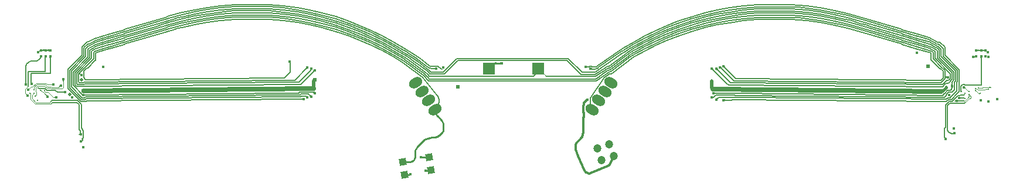
<source format=gbl>
%FSTAX23Y23*%
%MOIN*%
%SFA1B1*%

%IPPOS*%
%AMD49*
4,1,4,-0.006100,-0.029300,0.025400,0.015800,0.006100,0.029300,-0.025400,-0.015800,-0.006100,-0.029300,0.0*
1,1,0.055120,0.009700,-0.006800*
1,1,0.055120,-0.009700,0.006800*
%
%AMD50*
4,1,4,-0.025400,0.015800,0.006100,-0.029300,0.025400,-0.015800,-0.006100,0.029300,-0.025400,0.015800,0.0*
1,1,0.055120,-0.009700,-0.006800*
1,1,0.055120,0.009700,0.006800*
%
%AMD64*
4,1,4,-0.016100,-0.022600,0.022600,-0.016100,0.016100,0.022600,-0.022600,0.016100,-0.016100,-0.022600,0.0*
%
%ADD11C,0.010000*%
%ADD13C,0.006000*%
%ADD14C,0.008000*%
%ADD31C,0.018000*%
%ADD45C,0.004000*%
%ADD47C,0.014000*%
%ADD48C,0.047240*%
G04~CAMADD=49~3~0.0~0.0~551.2~787.4~0.0~0.0~0~0.0~0.0~0.0~0.0~0~0.0~0.0~0.0~0.0~0~0.0~0.0~0.0~235.0~740.0~682.0*
%ADD49D49*%
G04~CAMADD=50~3~0.0~0.0~551.2~787.4~0.0~0.0~0~0.0~0.0~0.0~0.0~0~0.0~0.0~0.0~0.0~0~0.0~0.0~0.0~125.0~740.0~682.0*
%ADD50D50*%
%ADD51C,0.016000*%
%ADD52C,0.008000*%
%ADD53C,0.024000*%
%ADD54C,0.020000*%
%ADD55C,0.012000*%
%ADD56C,0.013000*%
%ADD57C,0.020000*%
%ADD60C,0.025000*%
%ADD61C,0.018000*%
%ADD62R,0.017720X0.017720*%
%ADD63R,0.015750X0.017720*%
G04~CAMADD=64~10~0.0~393.7~0.0~0.0~0.0~0.0~0~0.0~0.0~0.0~0.0~0~0.0~0.0~0.0~0.0~0~0.0~0.0~0.0~189.5~393.7~0.0*
%ADD64D64*%
%ADD65R,0.068900X0.070870*%
%LNfront_flex-1*%
%LPD*%
G36*
X-02641Y00862D02*
X-02641Y00862D01*
X-02641Y00863*
X-02642Y00864*
X-02642Y00864*
X-02643Y00865*
X-02644Y00865*
X-02645Y00865*
X-02646Y00866*
X-02647Y00865*
X-02648Y00865*
X-02649Y00865*
X-0265Y00864*
X-0265Y00864*
X-02651Y00863*
X-02651Y00862*
X-02651Y00862*
Y00878*
X-02651Y00877*
X-02651Y00876*
X-0265Y00876*
X-0265Y00875*
X-02649Y00875*
X-02648Y00874*
X-02647Y00874*
X-02646Y00874*
X-02645Y00874*
X-02644Y00874*
X-02643Y00875*
X-02642Y00875*
X-02642Y00876*
X-02641Y00876*
X-02641Y00877*
X-02641Y00878*
Y00862*
G37*
G36*
X-02667D02*
X-02667Y00862D01*
X-02667Y00863*
X-02667Y00864*
X-02668Y00864*
X-02669Y00865*
X-02669Y00865*
X-02671Y00865*
X-02672Y00866*
X-02673Y00865*
X-02674Y00865*
X-02675Y00865*
X-02675Y00864*
X-02676Y00864*
X-02676Y00863*
X-02677Y00862*
X-02677Y00862*
Y00878*
X-02677Y00877*
X-02676Y00876*
X-02676Y00876*
X-02675Y00875*
X-02675Y00875*
X-02674Y00874*
X-02673Y00874*
X-02672Y00874*
X-02671Y00874*
X-02669Y00874*
X-02669Y00875*
X-02668Y00875*
X-02667Y00876*
X-02667Y00876*
X-02667Y00877*
X-02667Y00878*
Y00862*
G37*
G36*
X02651Y00864D02*
X02651Y00864D01*
X02651Y00865*
X02651Y00865*
X0265Y00866*
X0265Y00866*
X02649Y00866*
X02648Y00867*
X02647Y00867*
X02646Y00867*
X02646Y00867*
X02646Y00867*
X02645Y00867*
X02644Y00867*
X02643Y00866*
X02643Y00866*
X02642Y00866*
X02642Y00865*
X02641Y00865*
X02641Y00864*
X02641Y00864*
Y00876*
X02641Y00875*
X02641Y00875*
X02642Y00874*
X02642Y00874*
X02643Y00874*
X02643Y00873*
X02644Y00873*
X02645Y00873*
X02646Y00873*
X02646*
X02646*
X02647Y00873*
X02648Y00873*
X02649Y00873*
X0265Y00874*
X0265Y00874*
X02651Y00874*
X02651Y00875*
X02651Y00875*
X02651Y00876*
Y00864*
G37*
G36*
X02677Y00864D02*
X02677Y00864D01*
X02677Y00865*
X02676Y00865*
X02676Y00866*
X02675Y00866*
X02675Y00866*
X02674Y00866*
X02673Y00867*
X02672Y00867*
X02672Y00867*
X02672Y00867*
X02671Y00867*
X0267Y00866*
X02669Y00866*
X02668Y00866*
X02668Y00866*
X02667Y00865*
X02667Y00865*
X02667Y00864*
X02667Y00864*
Y00876*
X02667Y00875*
X02667Y00875*
X02667Y00874*
X02668Y00874*
X02668Y00873*
X02669Y00873*
X0267Y00873*
X02671Y00873*
X02672Y00873*
X02672*
X02672*
X02673Y00873*
X02674Y00873*
X02675Y00873*
X02675Y00873*
X02676Y00874*
X02676Y00874*
X02677Y00875*
X02677Y00875*
X02677Y00876*
Y00864*
G37*
G36*
X02624Y00836D02*
X02624Y00836D01*
X02625Y00836*
X02626Y00836*
X02626Y00836*
X02627Y00836*
Y0083*
X02626Y0083*
X02626Y0083*
X02625Y0083*
X02624Y00829*
X02624Y00829*
X02624Y00828*
X02624Y00828*
X02623Y00828*
X02623Y00829*
X02623Y00829*
X02622Y00829*
X02622Y00828*
X02621Y00828*
X02621Y00827*
Y0083*
X02621Y0083*
X0262Y0083*
X02619Y0083*
X02618Y0083*
Y00836*
X02619Y00836*
X0262Y00836*
X02621Y00836*
Y00838*
X02621Y00838*
X02622Y00838*
X02622Y00837*
X02623Y00837*
X02623*
X02623Y00837*
X02623Y00838*
X02624Y00838*
X02624Y00839*
X02624Y00836*
G37*
G36*
X-02629Y00828D02*
X-02629Y00828D01*
X-0263Y00827*
X-0263Y00827*
X-0263Y00826*
X-0263Y00826*
X-02631Y00825*
X-02631Y00824*
X-02631Y00823*
X-02631Y00822*
X-02637*
X-02637Y00823*
X-02637Y00824*
X-02637Y00825*
X-02637Y00826*
X-02637Y00826*
X-02638Y00827*
X-02638Y00827*
X-02638Y00828*
X-02639Y00828*
X-02639Y00828*
X-02628*
X-02629Y00828*
G37*
G36*
X-02685D02*
X-02686Y00828D01*
X-02686Y00827*
X-02687Y00827*
X-02687Y00826*
X-02688Y00826*
X-02689Y00825*
X-02689Y00824*
X-0269Y00822*
X-02696Y00825*
X-02694Y00828*
X-02685Y00828*
X-02685Y00828*
G37*
G36*
X02664D02*
X02664Y00828D01*
X02663Y00827*
X02663Y00827*
X02663Y00826*
X02662Y00826*
X02662Y00825*
X02662Y00824*
X02662Y00823*
X02662Y00822*
X02656*
X02656Y00823*
X02656Y00824*
X02656Y00825*
X02655Y00826*
X02655Y00826*
X02655Y00827*
X02654Y00827*
X02654Y00828*
X02653Y00828*
X02653Y00828*
X02665*
X02664Y00828*
G37*
G36*
X-02657Y00828D02*
X-02658Y00828D01*
X-02658Y00827*
X-02659Y00827*
X-02659Y00826*
X-02659Y00826*
X-02659Y00825*
X-02659Y00824*
X-0266Y00823*
X-0266Y00822*
X-02666*
X-02666Y00823*
X-02666Y00826*
X-02666Y00827*
X-02666Y00827*
X-02666Y00827*
X-02666Y00828*
X-02667Y00828*
X-02657Y00828*
X-02657Y00828*
G37*
G36*
X-01267Y00798D02*
X-01267Y00798D01*
X-01267Y00798*
X-01268Y00797*
X-01268Y00797*
X-01268Y00796*
X-01268Y00795*
X-01268Y00794*
X-01268Y00793*
X-01274*
X-01274Y00794*
X-01274Y00795*
X-01274Y00796*
X-01274Y00796*
X-01274Y00797*
X-01275Y00797*
X-01275Y00797*
X-01275Y00797*
X-01275Y00797*
X-01267Y00798*
X-01267Y00798*
G37*
G36*
X-00072Y00791D02*
X-00072Y00792D01*
X-00072Y00792*
X-00073Y00792*
X-00073Y00792*
X-00074Y00792*
X-00075Y00792*
X-00076Y00792*
X-00077Y00792*
X-00076Y00802*
X-00075*
X-00071Y00802*
X-00071Y00803*
X-00071Y00803*
X-00072Y00791*
G37*
G36*
X-00106Y00802D02*
X-00106Y00802D01*
X-00105Y00802*
X-00101Y00802*
X-00096Y00802*
Y00792*
X-00098Y00792*
X-001Y00792*
X-00101Y00792*
X-00102Y00791*
X-00103Y00791*
X-00104Y0079*
X-00105Y0079*
X-00106Y00789*
X-00106Y00788*
X-00106Y00787*
X-00106Y00802*
X-00106Y00802*
G37*
G36*
X01203Y00779D02*
X01203Y00778D01*
X01203Y00777*
X01203Y00777*
X01203Y00776*
X01204Y00776*
X01204Y00775*
X01204Y00774*
X01205Y00774*
X01205Y00773*
X01201Y00769*
X01201Y00769*
X012Y0077*
X01199Y0077*
X01199Y00771*
X01198Y00771*
X01198Y00771*
X01197Y00771*
X01196Y00772*
X01195Y00772*
X01195Y00772*
X01203Y0078*
X01203Y00779*
G37*
G36*
X01182Y00774D02*
X01183Y00774D01*
X01183Y00773*
X01184Y00772*
X01185Y0077*
X01188Y00768*
X01184Y00763*
X01184Y00763*
X01183Y00764*
X01183Y00764*
X01182Y00764*
X01181Y00765*
X01181Y00765*
X0118Y00765*
X0118Y00765*
X01179Y00764*
X01179Y00764*
X01182Y00775*
X01182Y00774*
G37*
G36*
X-00446Y00761D02*
X-00447Y00761D01*
X-00447Y00762*
X-00447Y00762*
X-00448Y00763*
X-00448Y00763*
X-00449Y00763*
X-00449Y00763*
X-0045Y00764*
X-00451Y00764*
X-00452Y00764*
X-00449Y0077*
X-00448Y0077*
X-00447Y0077*
X-00446Y0077*
X-00444Y0077*
X-00444Y0077*
X-00443Y00771*
X-00442Y00771*
X-00446Y00761*
G37*
G36*
X-01172Y00763D02*
X-01173Y00763D01*
X-01173Y00763*
X-01174Y00763*
X-01175Y00763*
X-01175Y00763*
X-01176Y00762*
X-01177Y00762*
X-01177Y00761*
X-01178Y00761*
X-01178Y0076*
X-01183Y00765*
X-01182Y00765*
X-01182Y00766*
X-01181Y00766*
X-01181Y00767*
X-0118Y00768*
X-0118Y00768*
X-0118Y00769*
X-0118Y0077*
X-0118Y0077*
X-0118Y00771*
X-01172Y00763*
G37*
G36*
X00143Y00766D02*
X00143Y00766D01*
X00144Y00766*
X00144Y00765*
X00147Y00763*
X00144Y0076*
X0014Y00763*
X00143Y00766*
X00143Y00766*
G37*
G36*
X00445Y00769D02*
X00446Y00768D01*
X00446Y00768*
X00447Y00768*
X00447Y00767*
X00448Y00767*
X00449Y00767*
X00449Y00767*
X0045Y00767*
X00451Y00766*
X00451Y0076*
X0045Y0076*
X00448Y0076*
X00447Y0076*
X00446Y0076*
X00445Y0076*
X00445Y00759*
X00444Y00759*
X00443Y00759*
X00443Y00758*
X00445Y00769*
X00445Y00769*
G37*
G36*
X-01149Y00759D02*
X-01149Y00759D01*
X-01149Y00759*
X-01149Y00759*
X-01149Y00758*
X-01149Y00758*
X-0115Y00758*
X-0115Y00757*
X-0115Y00756*
X-0115Y00756*
X-01156*
X-01156Y00756*
X-01156Y0076*
X-01156Y0076*
X-01156Y0076*
X-01156Y0076*
X-01149Y00759*
G37*
G36*
X01136Y00765D02*
X01136Y00764D01*
X01136Y00764*
X01136Y00763*
X01137Y00762*
X01137Y00762*
X01137Y00761*
X01138Y00761*
X01138Y0076*
X01139Y00759*
X01134Y00755*
X01134Y00756*
X01133Y00756*
X01132Y00757*
X01132Y00757*
X01131Y00758*
X01131Y00758*
X0113Y00758*
X01129Y00758*
X01128Y00758*
X01128Y00758*
X01136Y00766*
X01136Y00765*
G37*
G36*
X01163Y00765D02*
X01163Y00764D01*
X01163Y00763*
X01163Y00763*
X01163Y00762*
X01163Y00761*
X01164Y00761*
X01164Y0076*
X01165Y0076*
X01165Y00759*
X01161Y00755*
X0116Y00755*
X0116Y00756*
X01159Y00756*
X01159Y00757*
X01158Y00757*
X01157Y00757*
X01157Y00757*
X01156Y00757*
X01155Y00757*
X01155Y00758*
X01163Y00765*
X01163Y00765*
G37*
G36*
X-01129Y00749D02*
X-0113Y00749D01*
X-01131Y00749*
X-01132Y00749*
X-01132Y00749*
X-01133Y00748*
X-01133Y00748*
X-01134Y00748*
X-01135Y00747*
X-01135Y00747*
X-01136Y00746*
X-0114Y00751*
X-0114Y00751*
X-01139Y00752*
X-01139Y00752*
X-01138Y00753*
X-01138Y00754*
X-01138Y00754*
X-01138Y00755*
X-01137Y00756*
X-01137Y00756*
X-01137Y00757*
X-01129Y00749*
G37*
G36*
X00132Y00732D02*
X00131Y00732D01*
X0013Y00732*
X00129Y00731*
X00128Y00731*
X00127Y0073*
X00127Y0073*
X00126Y00729*
X00125Y00728*
X00124Y00728*
X00115*
X00116Y00728*
X00117Y00729*
X00117Y0073*
X00118Y0073*
X00118Y00731*
X00118Y00731*
X00117Y00732*
X00117Y00732*
X00116Y00732*
X00115Y00732*
X00132*
X00132Y00732*
G37*
G36*
X-02464Y00741D02*
X-02464Y00741D01*
X-02465Y0074*
X-02465Y00739*
X-02465Y00739*
X-02465Y00739*
X-02465Y00738*
X-02465Y00738*
X-02465Y00738*
X-02464Y00738*
X-02465Y00732*
X-02467Y00732*
X-02468Y00732*
X-02468Y00731*
X-02469Y00731*
X-0247Y0073*
X-0247Y0073*
X-02471Y00729*
X-02471Y00728*
X-02471Y00727*
X-02471Y00726*
X-02474Y00735*
X-02463Y00742*
X-02464Y00741*
G37*
G36*
X00187Y00724D02*
X00184Y00721D01*
X00184Y00721*
X00184Y00721*
X00184Y00721*
X00183Y00722*
X00181Y00725*
X00184Y00728*
X00187Y00724*
G37*
G36*
X02456Y00725D02*
X02456Y00724D01*
X02457Y00723*
X02457Y00722*
X02458Y00722*
X02458Y00721*
X02459Y00721*
X0246Y0072*
X0246Y0072*
X0246Y0072*
X02461Y00721*
X02462Y00721*
X02463Y00721*
X02463Y00721*
X02464Y00722*
X02464Y00722*
X02465Y00722*
X02463Y00711*
X02463Y00712*
X02463Y00712*
X02462Y00713*
X02461Y00713*
X02461Y00713*
X0246Y00714*
X0246Y00714*
X02459Y00714*
X02458Y00714*
X02457Y00714*
X02458Y00719*
X02453Y00717*
X02456Y00726*
X02456Y00725*
G37*
G36*
X-02555Y007D02*
X-02556Y00698D01*
X-02556Y00697*
X-02557Y00697*
X-02557Y00696*
X-02557Y00695*
X-02557Y00695*
X-02557Y00694*
X-02558Y00693*
X-02562Y00693*
X-02562Y00694*
X-02562Y00695*
X-02562Y00695*
X-02562Y00696*
X-02562Y00697*
X-02563Y00697*
X-02563Y00698*
X-02564Y00699*
X-02564Y00699*
X-02565Y007*
X-02554Y007*
X-02555Y007*
G37*
G36*
X-0277Y00687D02*
X-02769Y00686D01*
X-02769Y00686*
X-02769Y00685*
X-02769Y00684*
X-02769Y00684*
X-02768Y00683*
X-02768Y00683*
X-02767Y00682*
X-02767Y00682*
X-02778*
X-02778Y00682*
X-02777Y00683*
X-02777Y00683*
X-02777Y00684*
X-02776Y00684*
X-02776Y00685*
X-02776Y00686*
X-02776Y00686*
X-02776Y00687*
X-02776Y00688*
X-0277*
X-0277Y00687*
G37*
G36*
X-02741Y0069D02*
X-0274Y00689D01*
X-0274Y00688*
X-0274Y00688*
X-0274Y00687*
X-0274Y00687*
X-02739Y00686*
X-02739Y00686*
X-02738Y00686*
X-02738Y00685*
X-02747Y0068*
X-02747Y00681*
X-02747Y00681*
X-02747Y00682*
X-02747Y00683*
X-02747Y00685*
X-02747Y00686*
X-02741Y0069*
X-02741Y0069*
G37*
G36*
X02496Y00679D02*
X02496Y00678D01*
X02496Y00677*
X02496Y00677*
X02497Y00676*
X02497Y00675*
X02497Y00675*
X02498Y00674*
X02498Y00674*
X02498Y00673*
X02487*
X02488Y00674*
X02488Y00674*
X02489Y00675*
X02489Y00675*
X02489Y00676*
X02489Y00677*
X0249Y00677*
X0249Y00678*
X0249Y00679*
X0249Y00679*
X02496*
X02496Y00679*
G37*
G36*
X-02619Y00669D02*
X-0262Y00669D01*
X-02622Y0067*
X-02623Y00671*
X-02624Y00671*
X-02625Y00672*
X-02626Y00672*
X-02626Y00672*
X-02627Y00672*
X-02628Y00676*
X-02627Y00676*
X-02626Y00676*
X-02626Y00676*
X-02625Y00676*
X-02624Y00677*
X-02624Y00677*
X-02623Y00678*
X-02623Y00678*
X-02622Y00679*
X-02621Y0068*
X-02619Y00669*
G37*
G36*
X-02575Y00661D02*
X-02576Y00661D01*
X-02577Y00661*
X-02578Y00661*
X-02579Y00661*
X-02579Y00661*
X-0258Y00661*
X-02581Y00661*
X-02581Y0066*
X-02582Y0066*
X-02582Y00659*
X-02585Y00662*
X-02585Y00663*
X-02584Y00663*
X-02584Y00664*
X-02583Y00665*
X-02583Y00666*
X-02582Y00666*
X-02582Y00668*
X-02582Y00669*
X-02581Y0067*
X-02575Y00661*
G37*
G36*
X-02758Y00664D02*
X-02759Y00664D01*
X-02759Y00664*
X-02759Y00664*
X-0276Y00663*
X-02762Y00661*
X-02765Y00663*
X-02762Y00667*
X-02758Y00664*
G37*
G36*
X02707Y00658D02*
X02707Y00658D01*
X02707Y00658*
X02707Y00658*
X02706Y00658*
X02706Y00658*
X02706Y00658*
X02705Y00658*
X02705Y00658*
X02704Y00658*
Y00662*
X02705*
X02705Y00662*
X02706Y00663*
X02706Y00663*
X02706Y00663*
X02707Y00663*
X02707Y00663*
X02707Y00663*
X02707Y00663*
Y00658*
G37*
G36*
X02647Y00657D02*
X02648Y00657D01*
X02648Y00656*
X02648Y00656*
X02648Y00656*
X02649Y00656*
X02649Y00656*
X02649Y00656*
X0265Y00656*
Y00652*
X0265Y00652*
X02649Y00652*
X02649Y00652*
X02648Y00652*
X02648Y00652*
X02648Y00652*
X02648Y00652*
X02647Y00651*
X02647Y00651*
Y00657*
X02647Y00657*
G37*
G36*
X-027Y00656D02*
X-027Y00657D01*
X-027Y00657*
X-027Y00657*
X-02699Y00656*
X-02699Y00656*
X-02699Y00656*
X-02699Y00656*
Y00656*
X-02697Y00654*
X-027Y00651*
X-027Y00651*
X-027Y00651*
X-02701Y00651*
X-02701Y00652*
X-02702Y00652*
X-02702Y00652*
X-02702Y00653*
X-02702Y00653*
X-02703Y00653*
X-02703Y00653*
X-02703Y00653*
X-02703Y00653*
X-02704Y00653*
X-02703Y00654*
X-02704Y00654*
X-02701Y00657*
X-027Y00656*
G37*
G36*
X02569Y0066D02*
X02569Y00658D01*
X02569Y00658*
X0257Y00656*
X0257Y00655*
X02571Y00655*
X02571Y00654*
X02571Y00654*
X02569Y0065*
X02569Y00651*
X02568Y00651*
X02567Y00652*
X02567Y00652*
X02566Y00652*
X02565Y00652*
X02565Y00652*
X02564Y00652*
X02563Y00652*
X02562Y00652*
X02568Y00661*
X02569Y0066*
G37*
G36*
X-02723Y00652D02*
X-02723Y00651D01*
X-02723Y00651*
X-02723Y00651*
X-02723Y00651*
X-02722Y0065*
X-02722Y0065*
X-02722Y0065*
X-02722Y0065*
X-02728*
X-02727Y0065*
X-02727Y0065*
X-02727Y0065*
X-02727Y00651*
X-02727Y00651*
X-02727Y00651*
X-02727Y00651*
X-02727Y00652*
X-02727Y00653*
X-02723*
X-02723Y00652*
G37*
G36*
X02634Y00652D02*
X02631Y00649D01*
X02631Y00649*
X02631Y0065*
X0263Y0065*
X0263Y0065*
X0263Y0065*
X0263Y0065*
X02629Y0065*
X02629Y0065*
X02629Y0065*
X0263Y00655*
X02634Y00652*
G37*
G36*
X02697Y00645D02*
X02697Y00645D01*
X02697Y00645*
X02696Y00646*
X02696Y00646*
X02696Y00646*
X02696Y00646*
X02695Y00646*
X02695Y00646*
X02694Y00646*
Y0065*
X02694Y0065*
X02695Y0065*
X02696Y0065*
X02696Y0065*
X02696Y0065*
X02696Y0065*
X02697Y0065*
X02697Y00651*
X02697Y00651*
Y00645*
G37*
G36*
X-0275Y00651D02*
X-02751Y00651D01*
X-02751Y0065*
X-02751Y0065*
X-02752Y00649*
X-02752Y00648*
X-02752Y00647*
X-02752Y00647*
X-02753Y00646*
X-02753Y00645*
X-02753Y00644*
X-02761Y00652*
X-0276Y00652*
X-02758Y00652*
X-02757Y00652*
X-02756Y00652*
X-02755Y00653*
X-02755Y00653*
X-02754Y00653*
X-02754Y00654*
X-02753Y00654*
X-0275Y00651*
G37*
G36*
X-02684Y00642D02*
X-02684Y00642D01*
X-02684Y00642*
X-02684Y00642*
X-02683Y00641*
X-02683Y00641*
X-02682Y0064*
X-02684Y00636*
X-02684Y00637*
X-02685Y00637*
X-02685Y00637*
X-02685Y00637*
X-02685Y00637*
X-02686Y00637*
X-02686Y00638*
X-02686Y00638*
X-02686Y00638*
X-02687Y00637*
X-02684Y00642*
X-02684Y00642*
G37*
G36*
X02631Y00642D02*
X02631Y00642D01*
X02631Y00641*
X02631Y00641*
X02631Y00641*
X02631Y00641*
X02632Y0064*
X02632Y00639*
X0263Y00636*
X0263Y00636*
X02629Y00637*
X02629Y00637*
X02629Y00637*
X02628Y00637*
X02628Y00637*
X02628Y00637*
X02628Y00637*
X02627Y00637*
X02631Y00642*
X02631Y00642*
G37*
G36*
X02585Y0064D02*
X02586Y00639D01*
X02586Y00639*
X02586Y00639*
X02587Y00639*
X02587Y00639*
X02587*
X02587Y00639*
X02587Y00639*
X02586Y00634*
X02583Y00637*
X02585Y0064*
X02585Y0064*
G37*
G36*
X-02554Y00627D02*
X-02555Y00628D01*
X-02555Y00628*
X-02556Y00628*
X-02557Y00629*
X-02557Y00629*
X-02558Y00629*
X-02559Y00629*
X-02559Y0063*
X-0256Y0063*
X-02561Y0063*
Y00636*
X-0256Y00636*
X-02559Y00636*
X-02559Y00636*
X-02558Y00636*
X-02557Y00636*
X-02557Y00637*
X-02556Y00637*
X-02555Y00637*
X-02555Y00638*
X-02554Y00638*
Y00627*
G37*
G36*
X-01131Y00634D02*
X-01138Y00626D01*
X-01138Y00627*
X-01138Y00627*
X-01138Y00628*
X-01138Y00628*
X-01139Y00628*
X-01139Y00629*
X-0114Y00629*
X-0114Y00629*
X-01141Y00629*
X-01142Y00629*
X-0114Y00635*
X-01131Y00634*
G37*
G36*
X-02726Y00622D02*
X-02726Y00622D01*
X-02727Y00622*
X-02727Y00622*
X-02727Y00622*
X-02727Y00622*
X-02728Y00622*
X-02728Y00621*
X-02728Y00621*
X-02729Y00621*
X-02729Y00621*
X-0273Y00625*
X-0273Y00625*
X-02729Y00627*
X-02729Y00627*
X-02729Y00627*
X-02729Y00627*
X-02726Y00622*
G37*
G36*
X0265Y00621D02*
X0265Y00622D01*
X0265Y00622*
X0265Y00622*
X02649Y00622*
X02649Y00622*
X02648Y00622*
X02648Y00622*
X02647*
Y00626*
X02648*
X02649Y00626*
X0265Y00626*
X0265Y00626*
X0265Y00626*
X0265Y00626*
Y00621*
G37*
G36*
X02568Y00622D02*
X02568Y00622D01*
X02568Y00622*
X02567Y00622*
X02567Y00622*
X02567Y00621*
X02567Y00621*
X02567Y00621*
X02567Y0062*
X02567Y0062*
X02567Y0062*
X02564Y00621*
X02566Y00618*
X02566Y00618*
X02563Y00615*
X02563Y00615*
X02563Y00615*
X0256Y00618*
X0256Y00618*
X0256Y00618*
X02561Y00618*
X02561Y00619*
X02562Y00619*
X02563Y00621*
X02563Y00621*
Y00622*
X02563Y00623*
X02563Y00623*
X02563Y00624*
X02563Y00624*
X02563Y00624*
X02568Y00622*
G37*
G36*
X-0244Y0062D02*
X-0244Y0062D01*
X-02439Y0062*
X-02437Y0062*
X-02435*
Y00614*
X-02436Y00614*
X-02437Y00614*
X-02438Y00613*
X-02438Y00613*
X-02438Y00613*
X-02438Y00613*
X-02438Y00613*
X-0244Y0062*
X-0244Y0062*
G37*
G36*
X-02453Y00624D02*
X-02453Y00624D01*
X-02452Y00623*
X-02452Y00623*
X-02451Y00623*
X-0245Y00622*
X-0245Y00622*
X-02449Y00622*
X-02448Y00622*
X-02448Y00622*
X-02454Y00613*
X-02454Y00614*
X-02454Y00614*
X-02454Y00615*
X-02455Y00616*
X-02455Y00616*
X-02455Y00617*
X-02456Y00618*
X-02456Y00618*
X-02457Y00619*
X-02457Y00619*
X-02454Y00625*
X-02453Y00624*
G37*
G36*
X02592Y00617D02*
X02592Y00617D01*
X02592Y00617*
X02592Y00617*
X02592Y00617*
X02592Y00616*
X02592Y00616*
X02592Y00616*
X02593Y00616*
X02593Y00616*
X0259Y00613*
X02587Y00617*
X02592Y00617*
X02592Y00617*
G37*
G36*
X-02769Y00622D02*
X-02768Y00621D01*
X-02767Y00621*
X-02767Y00621*
X-02766Y0062*
X-02765Y0062*
X-02764Y0062*
X-02764Y0062*
X-02763Y0062*
X-02762Y0062*
X-0277Y00612*
X-0277Y00613*
X-0277Y00615*
X-0277Y00615*
X-0277Y00616*
X-0277Y00617*
X-02771Y00618*
X-02771Y00618*
X-02771Y00619*
X-02772Y00619*
X-02769Y00622*
X-02769Y00622*
G37*
G36*
X-02714Y00613D02*
X-02714Y00612D01*
X-02715Y00612*
X-02715Y00611*
X-02715Y00611*
X-02715Y00611*
X-02715Y00611*
X-02715Y0061*
X-02715Y0061*
X-02715Y0061*
X-02719Y00614*
X-02719Y00614*
X-02719Y00614*
X-02719Y00614*
X-02718Y00614*
X-02718Y00614*
X-02718Y00614*
X-02718Y00615*
X-02717Y00615*
X-02717Y00615*
X-02714Y00613*
G37*
G36*
X-02656Y00616D02*
X-02655Y00615D01*
X-02654Y00615*
X-02654Y00615*
X-02653Y00614*
X-02652Y00614*
X-02651Y00614*
X-02651Y00614*
X-0265Y00614*
X-02649Y00614*
X-02657Y00606*
X-02657Y00607*
X-02657Y00609*
X-02657Y00609*
X-02657Y0061*
X-02657Y00611*
X-02658Y00612*
X-02658Y00612*
X-02658Y00613*
X-02659Y00613*
X-02656Y00616*
X-02656Y00616*
G37*
G36*
X-01156Y00616D02*
X-01156Y00616D01*
X-01155Y00615*
X-01155Y00615*
X-01154Y00615*
X-01153Y00615*
X-01153Y00614*
X-01152Y00614*
X-01152Y00615*
X-01151Y00615*
X-01157Y00605*
X-01157Y00606*
X-01157Y00606*
X-01157Y00607*
X-01158Y00608*
X-01158Y00608*
X-01158Y00609*
X-01159Y0061*
X-01159Y0061*
X-0116Y00611*
X-0116Y00611*
X-01157Y00617*
X-01156Y00616*
G37*
G36*
X-01178Y0061D02*
X-01177Y00609D01*
X-01176Y00609*
X-01176Y00608*
X-01176Y00608*
X-01176Y00608*
X-01176Y00608*
X-0118Y00603*
X-0118Y00603*
X-0118Y00603*
X-0118Y00603*
X-0118Y00604*
X-01183Y00606*
X-01178Y0061*
X-01178Y0061*
G37*
G36*
X0259Y006D02*
X02589Y006D01*
X02589Y006*
X02589Y006*
X02589Y006*
X02588Y006*
X02588Y006*
X02588Y006*
X02588Y00599*
X02587Y00599*
X02584Y00602*
X02584Y00602*
X02585Y00602*
X02585Y00603*
X02585Y00603*
X02585Y00603*
X02586Y00604*
X02586Y00604*
X02586Y00604*
X02586Y00604*
X0259Y006*
G37*
G36*
X01132Y00607D02*
X01132Y00607D01*
X01133Y00606*
X01133Y00606*
X01134Y00606*
X01135Y00606*
X01135Y00605*
X01136Y00605*
X01137Y00605*
X01138Y00605*
X01138Y00599*
X01137Y00599*
X01137Y00599*
X01136Y00599*
X01135Y00599*
X01135Y00599*
X01134Y00598*
X01134Y00598*
X01133Y00598*
X01133Y00597*
X01132Y00597*
X01131Y00607*
X01132Y00607*
G37*
G36*
X-02603Y00596D02*
X-02604Y00597D01*
X-02605Y00598*
X-02606Y00599*
X-02607Y00599*
X-02608Y00599*
X-02608Y006*
X-02609Y006*
X-0261Y006*
X-0261Y006*
Y00604*
X-0261Y00604*
X-02609Y00604*
X-02608Y00604*
X-02608Y00605*
X-02607Y00605*
X-02606Y00605*
X-02605Y00606*
X-02605Y00606*
X-02604Y00607*
X-02603Y00608*
Y00596*
G37*
G36*
X0254Y00604D02*
X0254Y00603D01*
X02541Y00603*
X02542Y00602*
X02542Y00602*
X02543Y00602*
X02544Y00602*
X02544Y00602*
X02545Y00601*
X02546Y00601*
Y00595*
X02545Y00595*
X02544Y00595*
X02544Y00595*
X02543Y00595*
X02542Y00595*
X02542Y00594*
X02541Y00594*
X0254Y00594*
X0254Y00593*
X02539Y00593*
Y00604*
X0254Y00604*
G37*
G36*
X01165Y00596D02*
X01165Y00596D01*
X01164Y00595*
X01164Y00595*
X01163Y00594*
X01163Y00593*
X01163Y00593*
X01163Y00592*
X01162Y00591*
X01162Y00591*
X01162Y0059*
X01154Y00598*
X01155Y00598*
X01156Y00598*
X01157Y00598*
X01157Y00598*
X01158Y00598*
X01158Y00599*
X01159Y00599*
X0116Y006*
X0116Y006*
X01161Y00601*
X01165Y00596*
G37*
G36*
X-01197Y00587D02*
X-01197Y00587D01*
X-01198Y00588*
X-01199Y00588*
X-01199Y00588*
X-012Y00589*
X-012Y00589*
X-01201Y00589*
X-01202Y00589*
X-01203Y00589*
X-01203Y00589*
X-01204Y00595*
X-01203Y00595*
X-01202Y00595*
X-01202Y00596*
X-01201Y00596*
X-012Y00596*
X-012Y00596*
X-01199Y00597*
X-01199Y00597*
X-01198Y00598*
X-01198Y00598*
X-01197Y00587*
G37*
G36*
X012Y00592D02*
X01201Y00592D01*
X01201Y00591*
X01202Y00591*
X01203Y00591*
X01203Y00591*
X01204Y0059*
X01205Y0059*
X01206Y0059*
X01206Y0059*
Y00584*
X01206Y00584*
X01205Y00584*
X01204Y00584*
X01203Y00584*
X01203Y00583*
X01202Y00583*
X01201Y00583*
X01201Y00582*
X012Y00582*
X012Y00581*
Y00593*
X012Y00592*
G37*
G36*
X-02625Y00581D02*
X-02626Y00581D01*
X-02626Y00581*
X-02626Y0058*
X-02627Y0058*
X-02629Y00577*
X-02632Y0058*
X-02629Y00584*
X-02625Y00581*
G37*
G36*
X02526Y00586D02*
X02527Y00586D01*
X02527Y00585*
X02528Y00585*
X02528Y00585*
X02529Y00584*
X0253Y00584*
X0253Y00584*
X02531Y00584*
X02532Y00584*
X0253Y00578*
X02529Y00578*
X02528Y00578*
X02527Y00578*
X02527Y00577*
X02526Y00577*
X02525Y00577*
X02525Y00577*
X02524Y00576*
X02523Y00576*
X02526Y00587*
X02526Y00586*
G37*
G36*
X-02621Y0057D02*
X-02622Y0057D01*
X-02622Y0057*
X-02622Y00569*
X-02623Y00569*
X-02625Y00566*
X-02628Y00569*
X-02625Y00573*
X-02621Y0057*
G37*
G36*
X-00422Y00568D02*
X-00422Y00567D01*
X-00422Y00566*
X-00422Y00565*
X-00422Y00564*
X-00422Y00563*
X-00422Y00563*
X-00422Y00562*
X-00421Y00561*
X-00421Y00561*
X-00421Y00561*
X-00432Y00566*
X-00431Y00566*
X-00431Y00566*
X-0043Y00566*
X-0043Y00566*
X-00429Y00566*
X-00429Y00567*
X-00428Y00568*
X-00428Y00569*
X-00428Y0057*
X-00427Y00571*
X-00422Y00568*
G37*
G36*
X-0044Y00534D02*
X-0044Y00534D01*
X-00441Y00534*
X-00441Y00533*
X-00441Y00533*
X-00441Y00533*
X-00441Y00532*
X-00441Y00532*
X-00442Y00532*
X-00442Y00532*
X-00447Y00537*
X-00447Y00537*
X-00447Y00537*
X-00446Y00537*
X-00446Y00537*
X-00446Y00538*
X-00445Y00538*
X-00445Y00538*
X-00445Y00538*
X-00444Y00539*
X-0044Y00534*
G37*
G36*
X-0246Y00404D02*
X-0246Y00403D01*
X-0246Y00403*
X-0246Y00402*
X-0246Y00401*
X-02459Y00401*
X-02459Y004*
X-02458Y004*
X-02458Y004*
X-02457Y00399*
X-02468Y00396*
X-02468Y00396*
X-02467Y00398*
X-02467Y00398*
X-02467Y004*
X-02467Y004*
X-02466Y00402*
X-02466Y00403*
X-0246Y00405*
X-0246Y00404*
G37*
G36*
X02452Y00376D02*
X02453Y00375D01*
X02454Y00375*
X02454Y00375*
X02455Y00375*
X02455Y00374*
X02456Y00374*
X02456Y00374*
X02456Y00374*
X0245Y00368*
X0245Y00368*
X0245Y00368*
X0245Y00369*
X0245Y00369*
X02449Y0037*
X02449Y0037*
X02449Y00371*
X02448Y00372*
X02448Y00372*
X02447Y00373*
X02451Y00377*
X02452Y00376*
G37*
G36*
X-02448Y00356D02*
X-02449Y00356D01*
X-0245Y00354*
X-0245Y00354*
X-0245Y00353*
Y00353*
X-02455Y00358*
X-02455Y00358*
X-02455Y00358*
X-02455Y00358*
X-02454Y00359*
X-02454Y00359*
X-02454Y00359*
X-02452Y0036*
X-02448Y00356*
G37*
G54D11*
X00399Y00514D02*
D01*
X00399Y00514*
X00399Y00514*
X00399Y00514*
X00399Y00514*
X00399Y00515*
X00399Y00515*
X00399Y00515*
X00399Y00515*
X00398Y00515*
X00398Y00515*
X00398Y00515*
X00398Y00515*
X-00588Y00166D02*
D01*
X-00588Y00166*
X-00588Y00166*
X-00588Y00166*
X-00588Y00166*
X-00588Y00166*
X-00589Y00166*
X-00589Y00166*
X-00589Y00166*
X-00589Y00166*
X-00589Y00166*
X-00589Y00166*
X-00589Y00166*
X-00596Y00163D02*
D01*
X-00595Y00163*
X-00595Y00163*
X-00594Y00163*
X-00593Y00163*
X-00593Y00163*
X-00592Y00164*
X-00591Y00164*
X-00591Y00164*
X-0059Y00165*
X-0059Y00165*
X-00589Y00166*
X-00589Y00166*
X-00483Y00261D02*
D01*
X-00483Y00261*
X-00483Y00261*
X-00483Y00261*
X-00482Y00261*
X-00482Y00261*
X-00482Y00262*
X-00482Y00262*
X-00482Y00262*
X-00482Y00262*
X-00482Y00262*
X-00481Y00262*
X-00481Y00262*
X-00542Y00327D02*
D01*
X-00546Y00323*
X-00548Y00319*
X-00551Y00316*
X-00554Y00312*
X-00556Y00307*
X-00558Y00303*
X-00559Y00299*
X-0056Y00294*
X-00561Y00291*
X-00478Y00184D02*
D01*
X-00478Y00184*
X-00477Y00184*
X-00476Y00184*
X-00475Y00184*
X-00474Y00185*
X-00473Y00185*
X-00472Y00185*
X-00471Y00186*
X-00471Y00186*
X-0047Y00187*
X-00469Y00188*
X-00469Y00188*
X-00562Y00256D02*
D01*
X-00562Y00258*
X-00561Y0026*
X-00561Y00262*
X-00561Y00263*
X-00561Y00264*
X-00569Y00245D02*
D01*
X-00568Y00246*
X-00566Y00247*
X-00565Y00249*
X-00564Y00251*
X-00563Y00252*
X-00563Y00254*
X-00562Y00256*
X-00562Y00256*
X-00587Y00237D02*
D01*
X-00586Y00237*
X-00584Y00237*
X-00582Y00238*
X-0058Y00238*
X-00578Y00239*
X-00577Y00239*
X-00575Y0024*
X-00574Y00241*
X-00572Y00242*
X-00571Y00243*
X-00569Y00244*
X-00569Y00245*
X-00461Y00374D02*
D01*
X-00456Y00374*
X-00452Y00374*
X-00447Y00375*
X-00443Y00376*
X-00439Y00378*
X-00434Y00379*
X-0043Y00381*
X-00426Y00384*
X-00423Y00386*
X-00419Y00389*
X-00416Y00392*
X-00415Y00393*
X-00461Y00374D02*
D01*
X-00467Y00374*
X-00472Y00373*
X-00478Y00372*
X-00484Y0037*
X-00489Y00369*
X-00495Y00367*
X-005Y00364*
X-00505Y00361*
X-0051Y00358*
X-00514Y00354*
X-00518Y0035*
X-00519Y00349*
X-00442Y00519D02*
D01*
X-00441Y00517*
X-00441Y00514*
X-00441Y00512*
X-0044Y00509*
X-00439Y00507*
X-00438Y00505*
X-00437Y00502*
X-00436Y005*
X-00435Y00498*
X-00433Y00496*
X-00431Y00494*
X-00431Y00494*
X-00398Y0044D02*
D01*
X-00398Y00443*
X-00398Y00447*
X-00399Y0045*
X-004Y00454*
X-00401Y00457*
X-00402Y0046*
X-00404Y00463*
X-00405Y00466*
X-00407Y00469*
X-00409Y00472*
X-00412Y00474*
X-00412Y00475*
X-00407Y00401D02*
D01*
X-00405Y00403*
X-00404Y00404*
X-00403Y00406*
X-00402Y00408*
X-00401Y0041*
X-004Y00412*
X-00399Y00414*
X-00399Y00416*
X-00398Y00418*
X-00398Y0042*
X-00398Y00422*
X-00398Y00423*
X-0256Y00704D02*
D01*
X-0256Y00703*
X-0256Y00702*
X00398Y00488D02*
X00399D01*
X-00588Y00166D02*
X-00587D01*
X-00619Y00163D02*
X-00596D01*
X-00525Y00261D02*
X-00483D01*
X-00498Y00184D02*
X-00478D01*
X-00561Y00264D02*
Y00291D01*
X-00631Y00237D02*
X-00587D01*
X-00542Y00327D02*
X-00519Y00349D01*
X-00431Y00494D02*
X-00412Y00475D01*
X-00398Y00423D02*
Y0044D01*
X-00415Y00393D02*
X-00407Y00401D01*
X-00442Y00519D02*
Y00532D01*
X-0256Y00704D02*
Y00706D01*
X-00066Y00797D02*
X-00066Y00797D01*
X-00111Y00797D02*
X-00066D01*
X-0014Y00768D02*
X-00111Y00797D01*
X-0014Y00767D02*
Y00768D01*
X-00442Y00532D02*
X-00442Y00532D01*
X-00447Y00532D02*
X-00442D01*
G54D13*
X00445Y00763D02*
D01*
X00445Y00763*
X00444Y00763*
X00444Y00763*
X00444Y00763*
X00443Y00763*
X00443Y00763*
X00442Y00763*
X00442Y00763*
X00442Y00762*
X00441Y00762*
X00441Y00762*
X00441Y00762*
X00465Y00763D02*
D01*
X00466Y00764*
X00468Y00764*
X0047Y00764*
X00472Y00764*
X00473Y00765*
X00475Y00766*
X00476Y00766*
X00478Y00767*
X00479Y00768*
X00481Y00769*
X00482Y00771*
X00482Y00771*
X00555Y00737D02*
D01*
X00553Y00737*
X00551Y00737*
X00549Y00737*
X00548Y00736*
X00546Y00736*
X00545Y00735*
X00543Y00734*
X00541Y00734*
X0054Y00733*
X00539Y00732*
X00537Y0073*
X00537Y0073*
X-02471Y0043D02*
D01*
X-02471Y00428*
X-02471Y00427*
X-0247Y00425*
X-0247Y00423*
X-02469Y00422*
X-02469Y0042*
X-02468Y00418*
X-02467Y00417*
X-02466Y00415*
X-02465Y00414*
X-02464Y00413*
X-02463Y00412*
X02452Y00427D02*
D01*
X02452Y00426*
X02451Y00426*
X02451Y00425*
X0245Y00424*
X0245Y00423*
X02449Y00422*
X02449Y00422*
X02449Y00421*
X02449Y0042*
X02449Y00419*
X02449Y00418*
X02449Y00418*
X02452Y00427D02*
D01*
X02453Y00428*
X02454Y00428*
X02454Y00429*
X02454Y0043*
X02455Y00431*
X02455Y00432*
X02456Y00432*
X02456Y00433*
X02456Y00434*
X02456Y00435*
X02456Y00436*
X02456Y00436*
X02425Y00686D02*
D01*
X02426Y00686*
X02427Y00686*
X02428Y00686*
X02429Y00687*
X0243Y00687*
X0243Y00687*
X02431Y00688*
X02432Y00688*
X02433Y00688*
X02433Y00689*
X02434Y0069*
X02434Y0069*
X00554Y00749D02*
D01*
X00552Y00749*
X0055Y00748*
X00548Y00748*
X00546Y00748*
X00544Y00747*
X00542Y00746*
X0054Y00745*
X00539Y00744*
X00537Y00743*
X00535Y00742*
X00534Y00741*
X00534Y0074*
X02483Y00643D02*
D01*
X02484Y00643*
X02484Y00644*
X02484Y00644*
X02485Y00644*
X02485Y00644*
X02486Y00644*
X02486Y00644*
X02487Y00644*
X02487Y00645*
X02487Y00645*
X02488Y00645*
X02488Y00645*
D01*
X02488Y00646*
X02489Y00647*
X0249Y00648*
X02491Y00649*
X02491Y0065*
X02492Y00652*
X02492Y00653*
X02492Y00654*
X02493Y00655*
X02493Y00656*
X02493Y00658*
X02493Y00658*
X02469Y00642D02*
D01*
X02469Y00641*
X02469Y00641*
X02475Y00643D02*
D01*
X02474Y00643*
X02473Y00643*
X02473Y00643*
X02472Y00643*
X02472Y00643*
X02471Y00643*
X02471Y00642*
X0247Y00642*
X0247Y00642*
X02469Y00642*
X00544Y0078D02*
D01*
X00542Y0078*
X0054Y00779*
X00537Y00779*
X00535Y00778*
X00532Y00777*
X0053Y00777*
X00528Y00776*
X00526Y00774*
X00524Y00773*
X00522Y00771*
X0052Y0077*
X0052Y00769*
X02466Y00626D02*
D01*
X02465Y00625*
X02465Y00625*
X02465Y00624*
X02464Y00624*
X02464Y00623*
X02464Y00623*
X02464Y00622*
X02464Y00622*
X02464Y00621*
X02463Y00621*
X02463Y0062*
Y0062*
X02459Y00612D02*
D01*
X02459Y00613*
X0246Y00613*
X0246Y00613*
X0246Y00614*
X02461Y00615*
X02461Y00615*
X02461Y00616*
X02461Y00616*
X02461Y00617*
X02461Y00617*
X02462Y00618*
X02462Y00618*
X02459Y00612D02*
D01*
X02459Y00612*
X02459Y00612*
X02459Y00612*
X02459Y00612*
X02459Y00612*
X02459*
X02444Y00603D02*
D01*
X02445Y00603*
X02446Y00603*
X02447Y00603*
X02448Y00603*
X02449Y00603*
X02449Y00604*
X0245Y00604*
X02451Y00605*
X02452Y00605*
X02453Y00606*
X02453Y00606*
X02454Y00607*
X02479Y00632D02*
D01*
X02478Y00632*
X02477Y00632*
X02476Y00632*
X02476Y00632*
X02475Y00632*
X02474Y00631*
X02473Y00631*
D01*
X02473Y00631*
X02472Y00631*
X02472Y00631*
X02472Y00631*
X02471Y00631*
X02471Y0063*
X02471Y0063*
X0247Y0063*
X0247Y0063*
X0247Y0063*
X0247Y00629*
X0247Y00629*
X02466Y00626D02*
D01*
X02466Y00626*
X02466Y00626*
X02466Y00626*
X02466Y00626*
X02466Y00626*
X02466Y00626*
X02434Y00662D02*
D01*
X02434*
X02434*
X02434*
X02434Y00662*
X02434Y00662*
X02434Y00662*
X02482Y00692D02*
D01*
X02482Y00692*
X02483Y00692*
X02483Y00693*
X02483Y00693*
X02483Y00694*
X02483Y00694*
X02484Y00694*
X02484Y00694*
X02465Y00682D02*
D01*
X02466Y00682*
X02467Y00682*
X02468Y00682*
X0247Y00682*
X02471Y00683*
X02472Y00683*
X02473Y00684*
X02474Y00684*
X02475Y00685*
X02476Y00686*
X02477Y00687*
X02477Y00687*
X02465Y00682D02*
D01*
X02464Y00682*
X02463Y00682*
X02462Y00682*
X02461Y00681*
X0246Y00681*
X02459Y00681*
X02458Y0068*
X02458Y0068*
X02457Y00679*
X02456Y00679*
X02455Y00678*
X02455Y00678*
X02434Y00662D02*
D01*
X02435Y00662*
X02436Y00662*
X02437Y00662*
X02438Y00663*
X02439Y00663*
X0244Y00663*
X0244Y00664*
X02441Y00664*
X02442Y00665*
X02443Y00665*
X02443Y00666*
X0247Y007D02*
D01*
X02471Y007*
X02472Y007*
X02473Y00701*
X02473Y00701*
X02474Y00701*
X02475Y00702*
X02476Y00702*
X02477Y00702*
X02478Y00703*
X02479Y00704*
X02479Y00704*
X0248Y00704*
X0247Y007D02*
D01*
X02469Y007*
X02468Y007*
X02467Y007*
X02466Y007*
X02465Y00699*
X02464Y00699*
X02463Y00699*
X02462Y00698*
X02461Y00698*
X0246Y00697*
X02459Y00696*
X02459Y00696*
X02434Y00674D02*
D01*
X02434Y00674*
X02435Y00674*
X02436Y00674*
X02436Y00674*
X02437Y00675*
X02437Y00675*
X02438Y00675*
X02438Y00675*
X02439Y00676*
X02439Y00676*
X0244Y00677*
X0244Y00677*
X00551Y00759D02*
D01*
X00549Y00759*
X00547Y00758*
X00544Y00758*
X00542Y00757*
X0054Y00757*
X00538Y00756*
X00536Y00755*
X00533Y00754*
X00531Y00752*
X0053Y00751*
X00528Y00749*
X00527Y00749*
X02466Y00427D02*
D01*
X02466Y00425*
X02466Y00424*
D01*
X02466Y00422*
X02467Y0042*
X02467Y00418*
X02468Y00416*
X02469Y00414*
X0247Y00412*
X02471Y00411*
X02472Y00409*
X02474Y00407*
X02475Y00406*
X02477Y00404*
X02478Y00403*
X0248Y00402*
X02482Y00401*
X02484Y004*
X02486Y00399*
X02488Y00398*
X0249Y00398*
X02492Y00397*
X02494Y00397*
X02496Y00397*
X02498Y00397*
X02499Y00397*
X-02442Y00716D02*
D01*
X-02442Y00716*
X-02441Y00715*
X-02441Y00714*
X-02441Y00713*
X-02441Y00713*
X-02441Y00712*
X-0244Y00711*
X-0244Y00711*
X-0244Y0071*
X-02439Y00709*
X-02439Y00709*
X-02438Y00709*
X-00423Y00586D02*
D01*
X-00423Y00589*
X-00424Y00592*
X-00424Y00594*
X-00425Y00597*
X-00426Y006*
X-00427Y00603*
X-00428Y00605*
X-0043Y00608*
X-00431Y0061*
X-00433Y00612*
X-00435Y00614*
X-00435Y00615*
X-00442Y00537D02*
D01*
X-00439Y0054*
X-00436Y00543*
X-00434Y00547*
X-00431Y00551*
X-00429Y00555*
X-00428Y00559*
X-00426Y00563*
X-00425Y00568*
X-00424Y00572*
X-00424Y00576*
X-00423Y00581*
X-00423Y00582*
X00548Y00769D02*
D01*
X00546Y00769*
X00543Y00769*
X00541Y00768*
X00538Y00768*
X00536Y00767*
X00534Y00766*
X00532Y00765*
X00529Y00764*
X00527Y00762*
X00525Y00761*
X00524Y00759*
X00523Y00759*
X02659Y00831D02*
D01*
X02659Y00831*
X02659Y00831*
X02659Y00831*
X02659Y00831*
X02659Y00831*
X02659Y00831*
X02659Y0083*
X02659Y0083*
X02659Y0083*
D01*
X02659Y0083*
X02659Y0083*
X02659Y0083*
X0263Y00833D02*
D01*
X0263Y00833*
X02631Y00833*
X02631Y00833*
X02631Y00833*
X02631Y00833*
X02632Y00833*
X02632Y00833*
X02632Y00833*
X02632Y00834*
X02633Y00834*
X02633Y00834*
X02633Y00834*
X-02694Y00823D02*
D01*
X-02693Y00823*
X-02693Y00824*
X-02692Y00825*
X-02692Y00825*
X-02692Y00826*
X-02692Y00826*
X-02691Y00827*
X-02691Y00828*
X-02691Y00828*
X-02691Y00829*
X-02691Y0083*
X-02691Y0083*
X-02716Y00809D02*
D01*
X-02714Y00809*
X-02712Y0081*
X-0271Y0081*
X-02708Y00811*
X-02707Y00812*
X-02705Y00813*
X-02703Y00814*
X-02702Y00815*
X-027Y00816*
X-027Y00817*
X-0272Y00809D02*
D01*
X-02718Y00809*
X-02716Y00809*
X-02768Y00791D02*
D01*
X-02769Y0079*
X-0277Y00789*
X-0277Y00789*
X-02771Y00788*
X-02771Y00787*
X-02772Y00786*
X-02772Y00785*
X-02772Y00784*
X-02772Y00783*
X-02772Y00782*
X-02772Y00781*
X-02772Y00781*
X-02738Y00809D02*
D01*
X-0274Y00809*
X-02742Y00808*
X-02744Y00808*
X-02746Y00808*
X-02748Y00807*
X-0275Y00806*
X-02752Y00805*
X-02754Y00804*
X-02756Y00803*
X-02757Y00802*
X-02759Y008*
X-02759Y008*
X-02456Y0044D02*
D01*
X-02456Y00438*
X-02456Y00435*
X-02456Y00433*
X-02455Y0043*
X-02454Y00428*
X-02453Y00426*
X-02452Y00423*
X-02451Y00421*
X-0245Y00419*
X-02448Y00417*
X-02446Y00415*
X-02446Y00415*
X-0245Y00364D02*
D01*
X-0245Y00364*
X-0245Y00364*
X-0245Y00364*
X-0245Y00364*
X-0245Y00364*
X-0245Y00364*
X-0245Y00365*
X-0245Y00365*
X-02451Y00365*
X-02451Y00365*
X-02451Y00365*
X-02451Y00365*
X00466Y00774D02*
D01*
X00467Y00774*
X00468Y00774*
X00468Y00774*
X00469Y00775*
X0047Y00775*
X00471Y00775*
X00472Y00776*
X00473Y00776*
X00473Y00777*
X00474Y00777*
X00475Y00778*
X00475Y00778*
X00366Y0027D02*
X00366Y0027D01*
X00403Y00186D02*
X00404Y00185D01*
X00547Y00218D02*
X00547Y00219D01*
X00545Y00216D02*
X00547Y00218D01*
X00441Y00762D02*
X00446D01*
X00445Y00763D02*
X00465D01*
X00482Y00771D02*
D01*
D01*
X00612Y00861*
X00436Y0052D02*
Y006D01*
X00555Y00737D02*
X00558D01*
X00516Y00716D02*
X00537Y0073D01*
X02456Y00436D02*
Y00559D01*
X02466Y00424D02*
Y00555D01*
X-02463Y00395D02*
Y00412D01*
X-02471Y0043D02*
Y00458D01*
X-02468Y00391D02*
X-02463Y00395D01*
X02449Y00388D02*
Y00418D01*
X00554Y00749D02*
X00555D01*
X0242Y00686D02*
X02425D01*
X00491Y0071D02*
X00534Y0074D01*
X02443Y00666D02*
X02455Y00678D01*
X0244Y00677D02*
X02459Y00696D01*
X02493Y00658D02*
Y00667D01*
Y0069*
X02508Y00646D02*
Y0069D01*
X02468Y00642D02*
X02469D01*
X02453Y00627D02*
X02468Y00642D01*
X02493Y00611D02*
X02521Y00639D01*
X02493Y00611D02*
Y00611D01*
X02485Y00603D02*
X02493Y00611D01*
X02485Y006D02*
Y00603D01*
X02475Y00643D02*
X02483D01*
X00544Y0078D02*
X00633Y00846D01*
X00517Y00766D02*
X0052Y00769D01*
X02441Y00613D02*
X02448Y00621D01*
X01266Y00624D02*
X02441Y00613D01*
X02448Y00621D02*
X0245D01*
X02462Y00618D02*
X02463Y0062D01*
X02459Y00612D02*
X02459Y00612D01*
X02454Y00607D02*
X02459Y00612D01*
X02422Y00603D02*
X02444D01*
X02479Y00632D02*
X02485D01*
X02468Y00628D02*
X0247Y00629D01*
X02466Y00626D02*
X02467Y00627D01*
X02466Y00626D02*
X02466D01*
X02485Y00632D02*
X02485Y00632D01*
X02495*
X02507Y00644*
Y00645*
X02508Y00646*
X02469Y006D02*
X02485D01*
X0246Y00591D02*
X02469Y006D01*
X02473Y0059D02*
X02489D01*
X02461Y00578D02*
X02473Y0059D01*
X02477Y0058D02*
X02494D01*
X02456Y00559D02*
X02477Y0058D01*
X02481Y0057D02*
X02511D01*
X02466Y00555D02*
X02481Y0057D01*
X02453Y00624D02*
Y00627D01*
X0245Y00621D02*
X02453Y00624D01*
X02565Y00568D02*
X02572Y00575D01*
X02513Y00568D02*
X02565D01*
X02511Y0057D02*
X02513Y00568D01*
X02494Y0058D02*
X02527Y00613D01*
X02435Y00578D02*
X02461D01*
X02485Y006D02*
X02485Y006D01*
X02489Y0059D02*
X02524Y00625D01*
X02566Y00595D02*
X02566D01*
X02534Y00637D02*
Y00689D01*
X02524Y00627D02*
X02534Y00637D01*
X02525Y00693D02*
Y00755D01*
X02521Y00689D02*
X02525Y00693D01*
X02521Y00639D02*
Y00689D01*
X02568Y00673D02*
X02659D01*
X02567Y00675D02*
X02568Y00673D01*
X02554Y00675D02*
X02567D01*
X02455Y00591D02*
X0246Y00591D01*
X02545Y00637D02*
X02547Y00636D01*
X02527Y00613D02*
X02538D01*
X02434Y00662D02*
X02434D01*
X02482Y00692D02*
D01*
X02477Y00687D02*
X02482Y00692D01*
X02477Y00687D02*
D01*
X02484Y00694D02*
X02495Y00706D01*
Y00741*
X01225Y00673D02*
X02434Y00662D01*
X0248Y00704D02*
X02485Y0071D01*
X01235Y00685D02*
X02434Y00674D01*
X00551Y00759D02*
X00655Y00837D01*
X00527Y00748D02*
X00527Y00749D01*
X01228Y00692D02*
X01235Y00685D01*
X02434Y0069D02*
X02453Y00708D01*
X01255Y00697D02*
X0242Y00686D01*
X02453Y00717D02*
X02453Y00717D01*
X02453Y00708D02*
Y00717D01*
X-02594Y00633D02*
X-02549D01*
X-02594Y00632D02*
X-02594Y00633D01*
X-02605Y00643D02*
X-02594Y00632D01*
X-02534Y00653D02*
X-02475Y00594D01*
X-02504Y00637D02*
X-02456Y00589D01*
X-02514Y00662D02*
X-02453Y006D01*
X-02504Y00671D02*
X-02448Y00615D01*
X-02482Y00573D02*
X-02471Y00561D01*
X-02479Y00584D02*
X-02461Y00565D01*
X-0246Y00579D02*
X-02444D01*
X-02475Y00594D02*
X-0246Y00579D01*
X-02456Y0059D02*
X-02436D01*
X-02456Y00589D02*
X-02456Y0059D01*
X-02452Y006D02*
X-0244D01*
X-02452Y006D02*
X-02452Y006D01*
X-02453Y006D02*
X-02452D01*
X-02446Y00615D02*
Y00615D01*
X-02626Y00584D02*
X-02479D01*
X-02622Y00573D02*
X-02482D01*
X02589Y0062D02*
X0259D01*
X02515Y00581D02*
X02563D01*
X02469Y00717D02*
X0247Y00716D01*
X02485Y0071D02*
Y00737D01*
X02538Y00613D02*
X02541Y00617D01*
X01138Y00624D02*
X01266D01*
X01262Y00613D02*
X01281D01*
X01262Y00614D02*
X01262Y00613D01*
X0115Y00614D02*
X01262D01*
X01138Y00602D02*
X0115Y00614D01*
X01248Y00601D02*
X013D01*
X01246Y00603D02*
X01248Y00601D01*
X01167Y00603D02*
X01246D01*
X01154Y0059D02*
X01167Y00603D01*
X01194Y00587D02*
X0124D01*
X-02438Y00709D02*
X-02433Y00703D01*
X-02442Y00716D02*
Y00736D01*
X-00423Y00582D02*
Y00586D01*
X-00435Y00615D02*
D01*
X-00515Y00715D02*
X-00435Y00615D01*
X-00447Y00532D02*
X-00442Y00537D01*
X-02444Y00738D02*
Y00751D01*
Y00738D02*
X-02442Y00736D01*
X-02444Y00751D02*
X-02426Y00769D01*
X-02433Y00703D02*
X-02426D01*
X-02438Y00664D02*
X-02437Y00666D01*
X-02443Y00674D02*
X-02439Y00678D01*
X-02447Y00684D02*
X-02441Y00689D01*
X-02462Y00684D02*
X-02447D01*
X-02466Y00674D02*
X-02443D01*
X-0247Y00664D02*
X-02438D01*
X-02484Y00665D02*
X-02471D01*
X-0248Y00675D02*
X-02467D01*
X-02471Y00665D02*
X-0247Y00664D01*
X-02467Y00675D02*
X-02466Y00674D01*
X-02463Y00685D02*
X-02462Y00684D01*
X-02469Y00685D02*
X-02463D01*
X-02474Y00691D02*
X-02469Y00685D01*
X-02474Y00691D02*
Y00735D01*
X-02484Y00679D02*
X-0248Y00675D01*
X-02484Y00679D02*
Y00739D01*
X00548Y00769D02*
X00632Y00833D01*
X00523Y00759D02*
D01*
X-02489Y00669D02*
X-02484Y00665D01*
X-02494Y00675D02*
X-02489Y00669D01*
X-02494Y00675D02*
Y00743D01*
X-0243Y00581D02*
X-0243D01*
X-02431Y0058D02*
X-0243Y00581D01*
X-02444Y0058D02*
X-02431D01*
X-02444Y00579D02*
X-02444Y0058D01*
X-02431Y00594D02*
X-02424D01*
X-02436Y0059D02*
X-02431Y00594D01*
X-02433Y00606D02*
X-02416D01*
X-0244Y006D02*
X-02433Y00606D01*
X-02446Y00615D02*
X-02444Y00617D01*
X-02504Y00671D02*
Y00747D01*
X-02439Y00678D02*
X-02436D01*
X-02654Y00643D02*
X-02605D01*
X-02663Y00652D02*
X-02654Y00643D01*
X02659Y0083D02*
Y00836D01*
X02659Y00807D02*
Y0083D01*
X02659Y00673D02*
Y00807D01*
X02659Y00807D02*
X02659Y00807D01*
X02615Y00833D02*
X0263D01*
X02636Y0087D02*
X02636Y0087D01*
X02659*
X02685Y0087D02*
X02685Y00869D01*
X02662Y0087D02*
X02685D01*
X02685Y00869D02*
X02685Y0087D01*
Y0087*
X-027Y00817D02*
X-02694Y00823D01*
X-0272Y00809D02*
X-02716D01*
X-02738D02*
X-0272D01*
Y00809D02*
Y00809D01*
X-02773Y00676D02*
Y00781D01*
X-02738Y00809D02*
Y00809D01*
X-02768Y00791D02*
X-02759Y008D01*
X-02659Y00832D02*
Y00836D01*
X-02663Y00749D02*
Y00832D01*
X-02663D02*
X-02663D01*
X-02634Y00739D02*
Y00823D01*
X-02634Y00822D02*
Y00836D01*
X-02632*
X02449Y00388D02*
X02449Y00388D01*
Y00375D02*
Y00388D01*
Y00375D02*
X02458Y00366D01*
X-02446Y00372D02*
Y00415D01*
X-02456Y0044D02*
Y00462D01*
X-0245Y00358D02*
Y00364D01*
X-02452Y00366D02*
X-02446Y00372D01*
X-02458Y00351D02*
X-0245Y00358D01*
X-02458Y00351D02*
X-02458D01*
X00554Y00269D02*
X00569D01*
X00475Y00778D02*
X00571Y00846D01*
X00475Y00778D02*
D01*
X00457Y00774D02*
X00466D01*
X-02692Y00652D02*
X-02663D01*
X-02694Y00651D02*
X-02692Y00652D01*
X-02697Y00651D02*
X-02694D01*
X00651Y0086D02*
X00659Y00866D01*
X00633Y00846D02*
X00638Y0085D01*
X00651Y0086*
X00667Y00883D02*
X00684Y00893D01*
X00658Y00878D02*
X00667Y00883D01*
X00652Y00873D02*
X00658Y00878D01*
X00629Y00859D02*
X00652Y00873D01*
X00616Y00851D02*
X00629Y00859D01*
X00664Y00869D02*
X00668Y00871D01*
X-00557Y00787D02*
X-00543Y00777D01*
X-00542Y00775D02*
X-00528Y00765D01*
X-00502Y00746*
X-02456Y00462D02*
Y0056D01*
X-02514Y00662D02*
Y00753D01*
X-01173Y006D02*
X-01172Y006D01*
X-01172*
X-02513Y00646D02*
D01*
X-02524Y00657D02*
X-02513Y00646D01*
X-02524Y00657D02*
Y00757D01*
X-01192Y00592D02*
X-01192Y00591D01*
X-02534Y00653D02*
Y00761D01*
X-02513Y00646D02*
X-02504Y00637D01*
X-00502Y00746D02*
X-00487Y00733D01*
X-00479Y00723*
X-00466Y00721*
X-00509Y00738D02*
X-00499Y00729D01*
X-00494Y00723*
X-00484Y00711*
X-00479Y00705*
X-00468Y00706*
X-00495Y00708D02*
X-00495Y00708D01*
X-00484Y00695*
X-00501Y00717D02*
X-00495Y00708D01*
X-00495Y00708*
X-0051Y00725D02*
X-00501Y00717D01*
X-00624Y00809D02*
X-0051Y00725D01*
X-00685Y00846D02*
X-00624Y00809D01*
X-00484Y00695D02*
X-00474Y00694D01*
X-00606Y00822D02*
X-00557Y00787D01*
X-00624Y00833D02*
X-00606Y00822D01*
X-00477Y00737D02*
X-00469Y00734D01*
X-00481Y00743D02*
X-00477Y00737D01*
X-00491Y00752D02*
X-00481Y00743D01*
X-00526Y00779D02*
X-00491Y00752D01*
X-0057Y0081D02*
X-00526Y00779D01*
X-00599Y00831D02*
X-0057Y0081D01*
X-00624Y00845D02*
X-00599Y00831D01*
X-00479Y00755D02*
X-00469Y00746D01*
X-00493Y00767D02*
X-00479Y00755D01*
X-00544Y00804D02*
X-00493Y00767D01*
X-00593Y00839D02*
X-00544Y00804D01*
X-00624Y00857D02*
X-00593Y00839D01*
X-00458Y00767D02*
X-00442Y00767D01*
X-00478Y00769D02*
X-00458Y00767D01*
X-00502Y00787D02*
X-00478Y00769D01*
X-00528Y00807D02*
X-00502Y00787D01*
X-00551Y00823D02*
X-00528Y00807D01*
X-00569Y00835D02*
X-00551Y00823D01*
X-00585Y00847D02*
X-00569Y00835D01*
X-00599Y00855D02*
X-00585Y00847D01*
X-00614Y00864D02*
X-00599Y00855D01*
X-00624Y00869D02*
X-00614Y00864D01*
X-00474Y00779D02*
X-00462Y00778D01*
X-00479Y00782D02*
X-00474Y00779D01*
X-005Y00798D02*
X-00479Y00782D01*
X-00534Y00824D02*
X-005Y00798D01*
X-0056Y00843D02*
X-00534Y00824D01*
X-00581Y00857D02*
X-0056Y00843D01*
X-00612Y00876D02*
X-00581Y00857D01*
X-00624Y00881D02*
X-00612Y00876D01*
X-0118Y00608D02*
X-01174Y00602D01*
X-01172*
X-0122Y00627D02*
Y00629D01*
X-01218Y00631*
X-02435Y00617D02*
X-01282Y00627D01*
X-01218Y00631D02*
X-01209Y00631D01*
X-01282Y00627D02*
X-0122D01*
X-01201Y00631D02*
X-01135Y00632D01*
X-01209Y00631D02*
X-01201Y00631D01*
X-01209D02*
X-01201D01*
X-02426Y00703D02*
X-01321Y00713D01*
X-01303D02*
X-01271Y00746D01*
X-01321Y00713D02*
X-01303D01*
X-02436Y00689D02*
X-01298Y007D01*
X-01243D02*
X-01172Y00771D01*
X-01298Y007D02*
X-01243D01*
X-0122Y00688D02*
X-01153Y00756D01*
X-01276Y00688D02*
X-0122D01*
X02425Y00917D02*
X02453Y00889D01*
X02412Y00917D02*
X02425D01*
X02453Y00841D02*
Y00889D01*
X00521Y00756D02*
X00523Y00759D01*
X-02437Y00666D02*
X-02429D01*
X-02441Y00689D02*
X-02436D01*
X-02475Y00594D02*
D01*
X-02534Y00761D02*
X-02452Y00843D01*
Y0089*
X-02424Y00918*
X-02415*
X-02384Y00936*
X-02296Y00962*
X-02424Y00594D02*
X-01235Y00605D01*
X-02444Y00617D02*
X-02435D01*
X-02471Y00461D02*
Y00561D01*
X-01235Y00605D02*
X-01234Y00607D01*
X-01209*
X-01208Y00608*
X-01236Y00592D02*
X-01192D01*
X-01213Y00617D02*
X-01208Y00621D01*
X-01275Y00617D02*
X-01213D01*
X-01219Y00677D02*
X-0121D01*
X-0243Y00581D02*
X-01236Y00592D01*
X-02429Y00666D02*
X-01219Y00677D01*
X-02416Y00606D02*
X-01275Y00617D01*
X-02436Y00678D02*
X-01276Y00688D01*
X0243Y007D02*
X02443Y00713D01*
X01264Y0071D02*
X0243Y007D01*
X01195Y0078D02*
X01264Y0071D01*
X01182Y00769D02*
X01255Y00697D01*
X0124Y00587D02*
X01242Y00589D01*
X013Y00601D02*
X02455Y00591D01*
X00659Y00866D02*
D01*
X01281Y00613D02*
X02422Y00603D01*
X-02743Y00678D02*
X-0274D01*
X-02744Y00677D02*
X-02743Y00678D01*
X02412Y00907D02*
X02414Y00904D01*
X02409Y00907D02*
X02411Y00906D01*
X02414Y00904D02*
X02415D01*
X02416Y00903*
X02419*
X02443Y00879*
Y00837D02*
Y00879D01*
Y00837D02*
X02525Y00755D01*
X02421Y00829D02*
X02505Y00745D01*
Y00702D02*
Y00745D01*
X02493Y0069D02*
X02505Y00702D01*
X02409Y00827D02*
X02495Y00741D01*
X02398Y00824D02*
X02485Y00737D01*
X02535Y00689D02*
Y00759D01*
X02534Y00689D02*
X02535Y00689D01*
X02453Y00841D02*
X02535Y00759D01*
X02292Y00951D02*
X0237Y00928D01*
X0239Y00916D02*
X02408Y00907D01*
X02372Y00927D02*
X0239Y00916D01*
X-0043Y00779D02*
X-00422Y00771D01*
X-00445Y00779D02*
X-0043D01*
X-00446Y00778D02*
X-00445Y00779D01*
X-00462Y00778D02*
X-00446D01*
X-02461Y00565D02*
X-02456Y0056D01*
X-02461Y00565D02*
Y00565D01*
X-00685Y00894D02*
X-00624Y00857D01*
X-00469Y00746D02*
X-00398D01*
X-00469Y00734D02*
X-00393Y00734D01*
X-00315Y00812*
X00481Y00756D02*
X005Y00771D01*
X00526Y00788*
X00608Y00846*
X00616Y00851*
X00659Y00866D02*
X00664Y00869D01*
X00668Y00871D02*
X00669Y00872D01*
X00684Y00881*
X00485Y00745D02*
X00511Y00763D01*
X00517Y00766*
X00667Y00859D02*
X00684Y00869D01*
X00661Y00854D02*
X00667Y00859D01*
X00654Y00849D02*
X00661Y00854D01*
X00632Y00833D02*
X00654Y00849D01*
X00498Y00742D02*
X00521Y00756D01*
X00673Y00851D02*
X00684Y00857D01*
X0067Y00848D02*
X00673Y00851D01*
X00664Y00844D02*
X0067Y00848D01*
X00655Y00837D02*
X00664Y00844D01*
X00508Y00734D02*
X00527Y00748D01*
X00486Y00719D02*
X00508Y00734D01*
X-00474Y00694D02*
X00469D01*
X00469Y00695*
X00491Y0071*
X00555Y00749D02*
X00654Y00824D01*
X00678Y00841*
X0068Y00842*
X00684Y00845*
X00436Y00599D02*
X00516Y00716D01*
X00558Y00737D02*
X00684Y00833D01*
X00465Y00746D02*
X00481Y00756D01*
X00464Y00745D02*
X00465Y00746D01*
X0039Y00745D02*
X00464D01*
X00384Y00732D02*
X00465D01*
X00485Y00745*
X00304Y00812D02*
X00384Y00732D01*
X00312Y00823D02*
X0039Y00745D01*
X-00167Y00823D02*
X00312D01*
X-00168Y00822D02*
X-00167Y00823D01*
X-00322Y00822D02*
X-00168D01*
X-00315Y00812D02*
X00304D01*
X0014Y00748D02*
Y00766D01*
X00113Y00721D02*
X0014Y00748D01*
X-00466Y00721D02*
X00113D01*
X00488Y00734D02*
X00498Y00742D01*
X00468Y00721D02*
X00488Y00734D01*
X-00468Y00706D02*
X00467D01*
X00486Y00719*
X00612Y00861D02*
X00618Y00864D01*
X00619Y00865*
X00624Y00869*
X-00617Y00817D02*
X-00509Y00738D01*
X-00624Y00821D02*
X-00617Y00817D01*
X-00633Y00803D02*
X-00515Y00715D01*
X-00436Y0052D02*
Y00531D01*
X01127Y00602D02*
X01138D01*
X01126Y00602D02*
X01127Y00602D01*
X01128Y00766D02*
X01212Y00682D01*
X01225Y00673*
X01128Y00766D02*
Y00766D01*
X01155Y00766D02*
X01228Y00692D01*
X01177Y00769D02*
X01182D01*
X01175Y00771D02*
X01177Y00769D01*
X-01208Y00608D02*
X-01198D01*
X-01198Y00608*
X-0118*
X-01166Y00622D02*
X-01152Y00607D01*
X-01166Y00622D02*
D01*
X-01208Y00621D02*
X-01166Y00622D01*
X-01135Y00632D02*
X-0113Y00627D01*
X-01135Y00632D02*
D01*
X-01172Y006D02*
Y00602D01*
X-02504Y00637D02*
D01*
X-02524Y00757D02*
X-02442Y0084D01*
Y00884*
X-0242Y00906*
X-02413*
X-02412Y00907*
X-02393Y00916*
X-02375Y00927*
X-02298Y0095*
X-02297Y0095*
X-01152Y00607D02*
X-01149D01*
X-0121Y00677D02*
X-01129Y00757D01*
X-01151Y00767D02*
X-0115Y00766D01*
Y00765D02*
Y00766D01*
X-01153Y00762D02*
X-0115Y00765D01*
X-01153Y00756D02*
Y00762D01*
X-01271Y00746D02*
Y00793D01*
X-01272Y00805D02*
X-01271Y00804D01*
Y00793D02*
Y00804D01*
Y00793D02*
X-01271Y00793D01*
X01242Y00589D02*
X02435Y00578D01*
X00187Y00721D02*
X00468D01*
X00448Y00777D02*
X00454D01*
X00444Y0078D02*
X00448Y00777D01*
X00432Y0078D02*
X00444D01*
X00429Y00777D02*
X00432Y0078D01*
X00418Y00777D02*
X00429D01*
X02545Y00666D02*
X02554Y00675D01*
X02545Y00637D02*
Y00666D01*
X-02375Y00811D02*
Y00853D01*
X-02426Y00769D02*
X-0242D01*
X-02378Y00811D02*
X-02375D01*
X-0242Y00769D02*
X-02378Y00811D01*
X-02474Y00735D02*
X-02387Y00823D01*
X-02398Y00826D02*
Y00864D01*
X-02484Y00739D02*
X-02398Y00826D01*
X-02409Y00829D02*
Y0087D01*
X-02494Y00743D02*
X-02409Y00829D01*
X-02421Y00831D02*
Y00874D01*
X-02504Y00747D02*
X-02421Y00831D01*
X-02432Y00836D02*
Y00878D01*
X-02514Y00753D02*
X-02432Y00836D01*
X-02386Y00823D02*
Y0086D01*
X-02387Y00823D02*
X-02386D01*
X-00436Y00531D02*
X-00415Y00553D01*
X02563Y00581D02*
X02565Y00583D01*
X02512Y00583D02*
X02515Y00581D01*
X02562Y00598D02*
X02566Y00595D01*
X02541Y00617D02*
X02554D01*
X02524Y00625D02*
Y00627D01*
X02556Y00615D02*
X0256D01*
X02554Y00617D02*
X02556Y00615D01*
X02535Y00598D02*
X02562D01*
X02508Y0069D02*
X02515Y00697D01*
Y00751*
X02421Y00829D02*
Y00872D01*
X02432Y00834D02*
X02515Y00751D01*
X02453Y00717D02*
Y00755D01*
Y00717D02*
X02469D01*
X00454Y00777D02*
X00457Y00774D01*
X-02474Y00735D02*
X-02464D01*
X-02459Y0073*
X-02432Y00878D02*
X-02415Y00895D01*
X-02412*
X-02421Y00874D02*
X-02412Y00883D01*
X-02409Y0087D02*
X-02404Y00875D01*
X-02398Y00864D02*
X-02393Y00868D01*
X-02386Y0086D02*
X-02375Y00867D01*
X-02296Y00878D02*
X-02212Y00903D01*
X-02027Y00959D02*
X-02004Y00966D01*
X-01909Y00994D02*
X-01884Y01D01*
X-00747Y00868D02*
X-00685Y00834D01*
X-01308Y01039D02*
X-01229Y01028D01*
X-01158Y01015*
X-01011Y00977D02*
X-00935Y00951D01*
X-00685Y00834D02*
X-00633Y00803D01*
X-01582Y01046D02*
X-0152Y01046D01*
X-01454Y01046*
X-00935Y00951D02*
X-00872Y00926D01*
X-02004Y00966D02*
X-01981Y00973D01*
X-01812Y01016D02*
X-01739Y01029D01*
X-01667Y01039*
X-02212Y00905D02*
X-02027Y00959D01*
X-01958Y0098D02*
X-01934Y00987D01*
X-01909Y00994*
X-01088Y00998D02*
X-01011Y00977D01*
X-02298Y00878D02*
X-02297Y00878D01*
X-02212Y00905D02*
X-02212Y00903D01*
X-01624Y01043D02*
X-01582Y01046D01*
X-01388Y01046D02*
X-01308Y01039D01*
X-0081Y00899D02*
X-00747Y00868D01*
X-01884Y01D02*
X-01812Y01016D01*
X-01158Y01015D02*
X-01088Y00998D01*
X-00872Y00926D02*
X-0081Y00899D01*
X-02375Y00855D02*
X-02298Y00878D01*
X-01981Y00973D02*
X-01958Y0098D01*
X-01667Y01039D02*
X-01624Y01043D01*
X-01454Y01046D02*
X-01388Y01046D01*
X-02296Y0089D02*
X-02212Y00915D01*
X-01909Y01006D02*
X-01884Y01012D01*
X-01454Y01058D02*
X-01388Y01058D01*
X-02027Y00971D02*
X-02004Y00978D01*
X-01158Y01027D02*
X-01088Y0101D01*
X-0081Y00911D02*
X-00747Y0088D01*
X-02212Y00917D02*
X-02212Y00915D01*
X-01884Y01012D02*
X-01812Y01028D01*
X-01667Y01051D02*
X-01624Y01055D01*
X-01388Y01058D02*
X-01308Y01051D01*
X-00872Y00938D02*
X-0081Y00911D01*
X-02298Y0089D02*
X-02297Y0089D01*
X-02212Y00917D02*
X-02027Y00971D01*
X-01958Y00992D02*
X-01934Y00999D01*
X-01624Y01055D02*
X-01582Y01058D01*
X-01088Y0101D02*
X-01011Y00989D01*
X-02004Y00978D02*
X-01981Y00985D01*
X-01934Y00999D02*
X-01909Y01006D01*
X-01812Y01028D02*
X-01739Y01041D01*
X-0152Y01058D02*
X-01454Y01058D01*
X-02375Y00867D02*
X-02298Y0089D01*
X-01739Y01041D02*
X-01667Y01051D01*
X-01582Y01058D02*
X-0152Y01058D01*
X-01229Y0104D02*
X-01158Y01027D01*
X-01011Y00989D02*
X-00935Y00963D01*
X-00872Y00938*
X-01981Y00985D02*
X-01958Y00992D01*
X-01308Y01051D02*
X-01229Y0104D01*
X-00747Y0088D02*
X-00685Y00846D01*
X-02212Y00929D02*
X-02027Y00983D01*
X-01958Y01004D02*
X-01934Y01011D01*
X-01884Y01024D02*
X-01812Y0104D01*
X-01158Y01039D02*
X-01088Y01022D01*
X-00872Y0095D02*
X-0081Y00923D01*
X-02298Y00902D02*
X-02297Y00902D01*
X-02004Y0099D02*
X-01981Y00997D01*
X-01934Y01011D02*
X-01909Y01018D01*
X-01624Y01067D02*
X-01582Y0107D01*
X-0152Y0107D02*
X-01454Y0107D01*
X-01582Y0107D02*
X-0152Y0107D01*
X-01088Y01022D02*
X-01011Y01001D01*
X-02393Y00868D02*
X-02375Y00879D01*
X-01812Y0104D02*
X-01739Y01053D01*
X-01667Y01063*
X-00685Y00858D02*
X-00624Y00821D01*
X-01981Y00997D02*
X-01958Y01004D01*
X-01229Y01052D02*
X-01158Y01039D01*
X-00935Y00975D02*
X-00872Y0095D01*
X-00747Y00892D02*
X-00685Y00858D01*
X-01909Y01018D02*
X-01884Y01024D01*
X-01454Y0107D02*
X-01388Y0107D01*
X-01308Y01063D02*
X-01229Y01052D01*
X-01011Y01001D02*
X-00935Y00975D01*
X-02296Y00902D02*
X-02212Y00927D01*
X-02027Y00983D02*
X-02004Y0099D01*
X-0081Y00923D02*
X-00747Y00892D01*
X-02375Y00879D02*
X-02298Y00902D01*
X-02212Y00929D02*
X-02212Y00927D01*
X-01667Y01063D02*
X-01624Y01067D01*
X-01388Y0107D02*
X-01308Y01063D01*
X-02393Y0088D02*
X-02375Y00891D01*
X-01981Y01009D02*
X-01958Y01016D01*
X-01812Y01052D02*
X-01739Y01065D01*
X-01667Y01075*
X-00747Y00904D02*
X-00685Y0087D01*
X-01454Y01082D02*
X-01388Y01082D01*
X-01229Y01064D02*
X-01158Y01051D01*
X-00935Y00987D02*
X-00872Y00962D01*
X-01909Y0103D02*
X-01884Y01036D01*
X-01308Y01075D02*
X-01229Y01064D01*
X-01011Y01013D02*
X-00935Y00987D01*
X-0081Y00935D02*
X-00747Y00904D01*
X-02296Y00914D02*
X-02212Y00939D01*
X-02212Y00941D02*
X-02212Y00939D01*
X-02027Y00995D02*
X-02004Y01002D01*
X-01388Y01082D02*
X-01308Y01075D01*
X-02375Y00891D02*
X-02298Y00914D01*
X-02212Y00941D02*
X-02027Y00995D01*
X-01958Y01016D02*
X-01934Y01023D01*
X-01667Y01075D02*
X-01624Y01079D01*
X-02004Y01002D02*
X-01981Y01009D01*
X-01934Y01023D02*
X-01909Y0103D01*
X-01884Y01036D02*
X-01812Y01052D01*
X-0152Y01082D02*
X-01454Y01082D01*
X-01158Y01051D02*
X-01088Y01034D01*
X-00872Y00962D02*
X-0081Y00935D01*
X-02404Y00875D02*
X-02393Y0088D01*
X-02298Y00914D02*
X-02297Y00914D01*
X-01624Y01079D02*
X-01582Y01082D01*
X-0152Y01082*
X-01088Y01034D02*
X-01011Y01013D01*
X-00685Y0087D02*
X-00624Y00833D01*
X-02296Y00962D02*
X-02212Y00987D01*
X-02027Y01043D02*
X-02004Y0105D01*
X-0081Y00983D02*
X-00747Y00952D01*
X-01909Y01078D02*
X-01884Y01084D01*
X-01454Y0113D02*
X-01388Y0113D01*
X-01308Y01123D02*
X-01229Y01112D01*
X-01011Y01061D02*
X-00935Y01035D01*
X-01981Y01057D02*
X-01958Y01064D01*
X-01229Y01112D02*
X-01158Y01099D01*
X-00935Y01035D02*
X-00872Y0101D01*
X-00747Y00952D02*
X-00685Y00918D01*
X-01812Y011D02*
X-01739Y01113D01*
X-01667Y01123*
X-00685Y00918D02*
X-00624Y00881D01*
X-01582Y0113D02*
X-0152Y0113D01*
X-01088Y01082D02*
X-01011Y01061D01*
X-02004Y0105D02*
X-01981Y01057D01*
X-01934Y01071D02*
X-01909Y01078D01*
X-01624Y01127D02*
X-01582Y0113D01*
X-0152Y0113D02*
X-01454Y0113D01*
X-02212Y00989D02*
X-02027Y01043D01*
X-01958Y01064D02*
X-01934Y01071D01*
X-01884Y01084D02*
X-01812Y011D01*
X-01158Y01099D02*
X-01088Y01082D01*
X-00872Y0101D02*
X-0081Y00983D01*
X-02212Y00989D02*
X-02212Y00987D01*
X-01667Y01123D02*
X-01624Y01127D01*
X-01388Y0113D02*
X-01308Y01123D01*
X-02004Y01038D02*
X-01981Y01045D01*
X-01812Y01088D02*
X-01739Y01101D01*
X-0152Y01118D02*
X-01454Y01118D01*
X-02212Y00977D02*
X-02027Y01031D01*
X-01934Y01059D02*
X-01909Y01066D01*
X-01088Y0107D02*
X-01011Y01049D01*
X-02212Y00977D02*
X-02212Y00975D01*
X-01958Y01052D02*
X-01934Y01059D01*
X-01884Y01072D02*
X-01812Y01088D01*
X-01624Y01115D02*
X-01582Y01118D01*
X-01388Y01118D02*
X-01308Y01111D01*
X-01667Y01111D02*
X-01624Y01115D01*
X-01158Y01087D02*
X-01088Y0107D01*
X-00872Y00998D02*
X-0081Y00971D01*
X-00747Y0094*
X-02027Y01031D02*
X-02004Y01038D01*
X-01454Y01118D02*
X-01388Y01118D01*
X-02296Y0095D02*
X-02212Y00975D01*
X-01981Y01045D02*
X-01958Y01052D01*
X-01909Y01066D02*
X-01884Y01072D01*
X-00747Y0094D02*
X-00685Y00906D01*
X-01308Y01111D02*
X-01229Y011D01*
X-01011Y01049D02*
X-00935Y01023D01*
X-00872Y00998*
X-00685Y00906D02*
X-00624Y00869D01*
X-01739Y01101D02*
X-01667Y01111D01*
X-01582Y01118D02*
X-0152Y01118D01*
X-01229Y011D02*
X-01158Y01087D01*
X-02375Y00915D02*
X-02298Y00938D01*
X-02027Y01019D02*
X-02004Y01026D01*
X-01454Y01106D02*
X-01388Y01106D01*
X-02296Y00938D02*
X-02212Y00963D01*
X-01981Y01033D02*
X-01958Y0104D01*
X-01909Y01054D02*
X-01884Y0106D01*
X-00747Y00928D02*
X-00685Y00894D01*
X-01308Y01099D02*
X-01229Y01088D01*
X-01011Y01037D02*
X-00935Y01011D01*
X-00872Y00986*
X-02393Y00904D02*
X-02375Y00915D01*
X-01739Y01089D02*
X-01667Y01099D01*
X-01582Y01106D02*
X-0152Y01106D01*
X-01229Y01088D02*
X-01158Y01075D01*
X-02412Y00895D02*
X-02393Y00904D01*
X-02004Y01026D02*
X-01981Y01033D01*
X-01812Y01076D02*
X-01739Y01089D01*
X-0152Y01106D02*
X-01454Y01106D01*
X-02298Y00938D02*
X-02297Y00938D01*
X-02212Y00965D02*
X-02027Y01019D01*
X-01934Y01047D02*
X-01909Y01054D01*
X-01624Y01103D02*
X-01582Y01106D01*
X-01088Y01058D02*
X-01011Y01037D01*
X-02212Y00965D02*
X-02212Y00963D01*
X-01958Y0104D02*
X-01934Y01047D01*
X-01884Y0106D02*
X-01812Y01076D01*
X-01667Y01099D02*
X-01624Y01103D01*
X-01388Y01106D02*
X-01308Y01099D01*
X-00872Y00986D02*
X-0081Y00959D01*
X-01158Y01075D02*
X-01088Y01058D01*
X-0081Y00959D02*
X-00747Y00928D01*
X-02212Y00953D02*
X-02212Y00951D01*
X-01958Y01028D02*
X-01934Y01035D01*
X-01884Y01048D02*
X-01812Y01064D01*
X-01624Y01091D02*
X-01582Y01094D01*
X-01388Y01094D02*
X-01308Y01087D01*
X-02412Y00883D02*
X-02393Y00892D01*
X-02298Y00926D02*
X-02297Y00926D01*
X-02212Y00953D02*
X-02027Y01007D01*
X-01934Y01035D02*
X-01909Y01042D01*
X-01088Y01046D02*
X-01011Y01025D01*
X-02004Y01014D02*
X-01981Y01021D01*
X-01812Y01064D02*
X-01739Y01077D01*
X-0152Y01094D02*
X-01454Y01094D01*
X-02393Y00892D02*
X-02375Y00903D01*
X-01739Y01077D02*
X-01667Y01087D01*
X-01582Y01094D02*
X-0152Y01094D01*
X-01229Y01076D02*
X-01158Y01063D01*
X-01308Y01087D02*
X-01229Y01076D01*
X-01011Y01025D02*
X-00935Y00999D01*
X-00872Y00974*
X-00685Y00882D02*
X-00624Y00845D01*
X-02296Y00926D02*
X-02212Y00951D01*
X-01981Y01021D02*
X-01958Y01028D01*
X-01909Y01042D02*
X-01884Y01048D01*
X-00747Y00916D02*
X-00685Y00882D01*
X-02375Y00903D02*
X-02298Y00926D01*
X-02027Y01007D02*
X-02004Y01014D01*
X-01454Y01094D02*
X-01388Y01094D01*
X-01667Y01087D02*
X-01624Y01091D01*
X-01158Y01063D02*
X-01088Y01046D01*
X-00872Y00974D02*
X-0081Y00947D01*
X-00747Y00916*
X02427Y00767D02*
X02443Y00751D01*
Y00713D02*
Y00751D01*
X02431Y00777D02*
X02453Y00755D01*
X-02749Y00627D02*
X-02747Y00625D01*
X-02758Y0067D02*
Y00749D01*
X-02759Y00669D02*
X-02758Y0067D01*
X-02759Y00667D02*
Y00669D01*
X-02744Y00677D02*
Y00739D01*
X-02634*
X-02758Y00749D02*
X-02663D01*
X-00422Y00771D02*
X-00407Y00763D01*
X-00398Y00746D02*
X-00322Y00822D01*
X02412Y00917D02*
X02412Y00917D01*
X02432Y00834D02*
Y00876D01*
X02409Y00827D02*
Y00868D01*
X02398Y00824D02*
Y00862D01*
X02431Y00777D02*
X02431D01*
X02386Y00821D02*
X02431Y00777D01*
X02386Y00821D02*
Y00858D01*
X02425Y00767D02*
X02427D01*
X02375Y00817D02*
X02425Y00767D01*
X02375Y00817D02*
Y00851D01*
X02415Y00893D02*
X02432Y00876D01*
X02412Y00893D02*
X02415D01*
X02412Y00881D02*
X02421Y00872D01*
X02405Y00873D02*
X02409Y00868D01*
X02393Y00866D02*
X02398Y00862D01*
X02375Y00865D02*
X02386Y00858D01*
X02375Y00877D02*
X02393Y00866D01*
X02375Y00889D02*
X02393Y00878D01*
X02405Y00873*
X02375Y00937D02*
X02393Y00926D01*
X02412Y00917*
X02375Y00913D02*
X02393Y00902D01*
X02412Y00893*
X02393Y0089D02*
X02412Y00881D01*
X02375Y00901D02*
X02393Y0089D01*
X01229Y01027D02*
X01308Y01038D01*
X01158Y01014D02*
X01229Y01027D01*
X00872Y00926D02*
X00935Y0095D01*
X01884Y00999D02*
X01909Y00993D01*
X00935Y0095D02*
X01011Y00976D01*
X00684Y00833D02*
X00747Y00867D01*
X02296Y00877D02*
X02373Y00854D01*
X02211Y00903D02*
X02296Y00877D01*
X02003Y00966D02*
X02027Y00959D01*
X01958Y00979D02*
X01981Y00972D01*
X01388Y01045D02*
X01454Y01045D01*
X01812Y01015D02*
X01884Y00999D01*
X01624Y01042D02*
X01666Y01038D01*
X01088Y00998D02*
X01158Y01014D01*
X02296Y00877D02*
X02296Y00877D01*
X02211Y00903D02*
X02211Y00904D01*
X01308Y01038D02*
X01388Y01045D01*
X0081Y00898D02*
X00872Y00926D01*
X00747Y00867D02*
X0081Y00898D01*
X02027Y00959D02*
X02211Y00904D01*
X01933Y00986D02*
X01958Y00979D01*
X01909Y00993D02*
X01933Y00986D01*
X01582Y01045D02*
X01624Y01042D01*
X01011Y00976D02*
X01088Y00998D01*
X01981Y00972D02*
X02003Y00966D01*
X01739Y01028D02*
X01812Y01015D01*
X01666Y01038D02*
X01739Y01028D01*
X0152Y01045D02*
X01582Y01045D01*
X01454Y01045D02*
X0152Y01045D01*
X02296Y00889D02*
X02373Y00866D01*
X01909Y01005D02*
X01933Y00998D01*
X01739Y0104D02*
X01812Y01027D01*
X01454Y01057D02*
X0152Y01057D01*
X02027Y00971D02*
X02211Y00916D01*
X01981Y00984D02*
X02003Y00978D01*
X01933Y00998D02*
X01958Y00991D01*
X01011Y00988D02*
X01088Y0101D01*
X02296Y00889D02*
X02296Y00889D01*
X02211Y00915D02*
X02211Y00916D01*
X01812Y01027D02*
X01884Y01011D01*
X01582Y01057D02*
X01624Y01054D01*
X01308Y0105D02*
X01388Y01057D01*
X01088Y0101D02*
X01158Y01026D01*
X0081Y0091D02*
X00872Y00938D01*
X00747Y00879D02*
X0081Y0091D01*
X02003Y00978D02*
X02027Y00971D01*
X01624Y01054D02*
X01666Y0105D01*
X01388Y01057D02*
X01454Y01057D01*
X02211Y00915D02*
X02296Y00889D01*
X01958Y00991D02*
X01981Y00984D01*
X01884Y01011D02*
X01909Y01005D01*
X01229Y01039D02*
X01308Y0105D01*
X01158Y01026D02*
X01229Y01039D01*
X00935Y00962D02*
X01011Y00988D01*
X00684Y00845D02*
X00747Y00879D01*
X01666Y0105D02*
X01739Y0104D01*
X0152Y01057D02*
X01582Y01057D01*
X00872Y00938D02*
X00935Y00962D01*
X02027Y00983D02*
X02211Y00928D01*
X02003Y0099D02*
X02027Y00983D01*
X01933Y0101D02*
X01958Y01003D01*
X01624Y01066D02*
X01666Y01062D01*
X01308Y01062D02*
X01388Y01069D01*
X01088Y01022D02*
X01158Y01038D01*
X02296Y00901D02*
X02373Y00878D01*
X02211Y00927D02*
X02296Y00901D01*
X02211Y00927D02*
X02211Y00928D01*
X00747Y00891D02*
X0081Y00922D01*
X01884Y01023D02*
X01909Y01017D01*
X00935Y00974D02*
X01011Y01D01*
X01958Y01003D02*
X01981Y00996D01*
X01666Y01062D02*
X01739Y01052D01*
X01388Y01069D02*
X01454Y01069D01*
X01229Y01051D02*
X01308Y01062D01*
X00872Y0095D02*
X00935Y00974D01*
X01739Y01052D02*
X01812Y01039D01*
X01158Y01038D02*
X01229Y01051D01*
X00684Y00857D02*
X00747Y00891D01*
X01011Y01D02*
X01088Y01022D01*
X02296Y00901D02*
X02296Y00901D01*
X01812Y01039D02*
X01884Y01023D01*
X01582Y01069D02*
X01624Y01066D01*
X0152Y01069D02*
X01582Y01069D01*
X01454Y01069D02*
X0152Y01069D01*
X01981Y00996D02*
X02003Y0099D01*
X01909Y01017D02*
X01933Y0101D01*
X0081Y00922D02*
X00872Y0095D01*
X01666Y01074D02*
X01739Y01064D01*
X01158Y0105D02*
X01229Y01063D01*
X00872Y00962D02*
X00935Y00986D01*
X00684Y00869D02*
X00747Y00903D01*
X01739Y01064D02*
X01812Y01051D01*
X0152Y01081D02*
X01582Y01081D01*
X01454Y01081D02*
X0152Y01081D01*
X01011Y01012D02*
X01088Y01034D01*
X02296Y00913D02*
X02296Y00913D01*
X01981Y01008D02*
X02003Y01002D01*
X01909Y01029D02*
X01933Y01022D01*
X01812Y01051D02*
X01884Y01035D01*
X01582Y01081D02*
X01624Y01078D01*
X02027Y00995D02*
X02211Y0094D01*
X01933Y01022D02*
X01958Y01015D01*
X01308Y01074D02*
X01388Y01081D01*
X01088Y01034D02*
X01158Y0105D01*
X0081Y00934D02*
X00872Y00962D01*
X02296Y00913D02*
X02373Y0089D01*
X02211Y00939D02*
X02211Y0094D01*
X02003Y01002D02*
X02027Y00995D01*
X01624Y01078D02*
X01666Y01074D01*
X00747Y00903D02*
X0081Y00934D01*
X02211Y00939D02*
X02296Y00913D01*
X01884Y01035D02*
X01909Y01029D01*
X01958Y01015D02*
X01981Y01008D01*
X01388Y01081D02*
X01454Y01081D01*
X01229Y01063D02*
X01308Y01074D01*
X00935Y00986D02*
X01011Y01012D01*
Y0106D02*
X01088Y01082D01*
X00624Y00881D02*
X00684Y00917D01*
X01739Y01112D02*
X01812Y01099D01*
X01158Y01098D02*
X01229Y01111D01*
X00684Y00917D02*
X00747Y00951D01*
X01958Y01063D02*
X01981Y01056D01*
X01666Y01122D02*
X01739Y01112D01*
X01388Y01129D02*
X01454Y01129D01*
X01229Y01111D02*
X01308Y01122D01*
X00872Y0101D02*
X00935Y01034D01*
X01884Y01083D02*
X01909Y01077D01*
X00935Y01034D02*
X01011Y0106D01*
X00571Y00846D02*
X00624Y00881D01*
X02296Y00961D02*
X02373Y00938D01*
X02211Y00987D02*
X02296Y00961D01*
X02211Y00987D02*
X02211Y00988D01*
X00747Y00951D02*
X0081Y00982D01*
X02027Y01043D02*
X02211Y00988D01*
X02003Y0105D02*
X02027Y01043D01*
X01933Y0107D02*
X01958Y01063D01*
X01624Y01126D02*
X01666Y01122D01*
X01308Y01122D02*
X01388Y01129D01*
X01088Y01082D02*
X01158Y01098D01*
X02296Y00961D02*
X02296Y00961D01*
X01981Y01056D02*
X02003Y0105D01*
X01909Y01077D02*
X01933Y0107D01*
X01812Y01099D02*
X01884Y01083D01*
X0081Y00982D02*
X00872Y0101D01*
X01582Y01129D02*
X01624Y01126D01*
X0152Y01129D02*
X01582Y01129D01*
X01454Y01129D02*
X0152Y01129D01*
X02211Y00975D02*
X02211Y00976D01*
X01812Y01087D02*
X01884Y01071D01*
X01582Y01117D02*
X01624Y01114D01*
X01308Y0111D02*
X01388Y01117D01*
X0081Y0097D02*
X00872Y00998D01*
X00747Y00939D02*
X0081Y0097D01*
X02027Y01031D02*
X02211Y00976D01*
X01933Y01058D02*
X01958Y01051D01*
X01909Y01065D02*
X01933Y01058D01*
X01981Y01044D02*
X02003Y01038D01*
X01739Y011D02*
X01812Y01087D01*
X01011Y01048D02*
X01088Y0107D01*
X01666Y0111D02*
X01739Y011D01*
X0152Y01117D02*
X01582Y01117D01*
X01454Y01117D02*
X0152Y01117D01*
X01229Y01099D02*
X01308Y0111D01*
X01158Y01086D02*
X01229Y01099D01*
X00872Y00998D02*
X00935Y01022D01*
X00624Y00869D02*
X00684Y00905D01*
X02211Y00975D02*
X02296Y00949D01*
X01884Y01071D02*
X01909Y01065D01*
X00935Y01022D02*
X01011Y01048D01*
X00684Y00905D02*
X00747Y00939D01*
X02003Y01038D02*
X02027Y01031D01*
X01958Y01051D02*
X01981Y01044D01*
X01388Y01117D02*
X01454Y01117D01*
X01624Y01114D02*
X01666Y0111D01*
X01088Y0107D02*
X01158Y01086D01*
X02211Y00963D02*
X02296Y00937D01*
X01884Y01059D02*
X01909Y01053D01*
X00935Y0101D02*
X01011Y01036D01*
X00684Y00893D02*
X00747Y00927D01*
X02003Y01026D02*
X02027Y01019D01*
X01958Y01039D02*
X01981Y01032D01*
X01388Y01105D02*
X01454Y01105D01*
X02296Y00937D02*
X02373Y00914D01*
X01624Y01102D02*
X01666Y01098D01*
X01088Y01058D02*
X01158Y01074D01*
X02211Y00963D02*
X02211Y00964D01*
X01812Y01075D02*
X01884Y01059D01*
X01582Y01105D02*
X01624Y01102D01*
X01308Y01098D02*
X01388Y01105D01*
X0081Y00958D02*
X00872Y00986D01*
X00747Y00927D02*
X0081Y00958D01*
X02296Y00937D02*
X02296Y00937D01*
X02027Y01019D02*
X02211Y00964D01*
X01933Y01046D02*
X01958Y01039D01*
X01909Y01053D02*
X01933Y01046D01*
X01981Y01032D02*
X02003Y01026D01*
X01739Y01088D02*
X01812Y01075D01*
X01011Y01036D02*
X01088Y01058D01*
X01666Y01098D02*
X01739Y01088D01*
X0152Y01105D02*
X01582Y01105D01*
X01454Y01105D02*
X0152Y01105D01*
X01229Y01087D02*
X01308Y01098D01*
X01158Y01074D02*
X01229Y01087D01*
X00872Y00986D02*
X00935Y0101D01*
X01981Y0102D02*
X02003Y01014D01*
X01739Y01076D02*
X01812Y01063D01*
X01011Y01024D02*
X01088Y01046D01*
X02296Y00925D02*
X02296Y00925D01*
X02027Y01007D02*
X02211Y00952D01*
X01933Y01034D02*
X01958Y01027D01*
X01909Y01041D02*
X01933Y01034D01*
X02211Y00951D02*
X02211Y00952D01*
X01812Y01063D02*
X01884Y01047D01*
X01582Y01093D02*
X01624Y0109D01*
X01308Y01086D02*
X01388Y01093D01*
X0081Y00946D02*
X00872Y00974D01*
X00747Y00915D02*
X0081Y00946D01*
X02296Y00925D02*
X02373Y00902D01*
X01624Y0109D02*
X01666Y01086D01*
X01088Y01046D02*
X01158Y01062D01*
X02003Y01014D02*
X02027Y01007D01*
X01958Y01027D02*
X01981Y0102D01*
X01388Y01093D02*
X01454Y01093D01*
X02211Y00951D02*
X02296Y00925D01*
X01884Y01047D02*
X01909Y01041D01*
X00935Y00998D02*
X01011Y01024D01*
X00684Y00881D02*
X00747Y00915D01*
X01229Y01075D02*
X01308Y01086D01*
X01158Y01062D02*
X01229Y01075D01*
X00872Y00974D02*
X00935Y00998D01*
X01666Y01086D02*
X01739Y01076D01*
X0152Y01093D02*
X01582Y01093D01*
X01454Y01093D02*
X0152Y01093D01*
G54D14*
X-02692Y00865D02*
X-02688Y0087D01*
X-02695Y00865D02*
X-02692D01*
X-02688Y0087D02*
X-02634D01*
X-02703Y00858D02*
X-02702D01*
X-02695Y00865*
G54D31*
X02461Y00659D03*
G54D45*
X02595Y00613D02*
D01*
X02595Y00613*
X02595Y00613*
X02594Y00613*
X02594Y00614*
X02594Y00614*
X02594Y00614*
X02593Y00614*
X02593Y00614*
X02592Y00614*
X02592Y00614*
X02592Y00614*
X02592Y00614*
X026Y00604D02*
D01*
X026Y00605*
X026Y00606*
X02599Y00606*
X02599Y00607*
X02599Y00608*
X02599Y00608*
X02598Y00609*
X02598Y0061*
X02598Y0061*
X02597Y00611*
X02597Y00611*
X02597Y00611*
X02595Y00613D02*
D01*
X02595Y00613*
X02595Y00613*
X02595Y00613*
X02595Y00613*
X02595Y00613*
X02595Y00613*
X-02747Y00593D02*
X-02719Y00565D01*
X-02747Y00593D02*
Y00625D01*
X-02719Y00565D02*
X-0263D01*
X0256Y0066D02*
X02563D01*
X02565Y00625D02*
X02566Y00626D01*
X02591Y00614D02*
X02592D01*
X02595Y00613D02*
X02597Y00611D01*
X02595Y00613D02*
X02595D01*
X026Y006D02*
Y00604D01*
X02572Y00575D02*
Y00576D01*
X02594Y00594D02*
X026Y006D01*
X02591Y00594D02*
X02594D01*
X02572Y00576D02*
X02591Y00594D01*
X02588Y00618D02*
Y00618D01*
Y00618D02*
X02591Y00614D01*
X-02627Y0066D02*
X-02585D01*
X-0263Y00652D02*
X-02567D01*
X-02629Y00662D02*
X-02627Y0066D01*
X-02585D02*
X-0258Y00665D01*
X-02632Y00654D02*
X-0263Y00652D01*
X-02567D02*
X-0256Y00659D01*
X02695Y00831D02*
X02699D01*
X-02649Y00674D02*
X-02615D01*
X-0256Y00702D02*
X-0256Y00702D01*
X-02714Y00683D02*
X-02659D01*
X-02711Y00675D02*
X-02662D01*
X-02708Y00667D02*
X-02665D01*
X-02652Y00654*
X-02662Y00675D02*
X-02649Y00662D01*
X-02659Y00683D02*
X-02649Y00674D01*
X-02688Y00641D02*
Y00641D01*
Y00641D02*
X-02687Y0064D01*
X-02649Y00662D02*
X-02629D01*
X-02652Y00654D02*
X-02632D01*
X-02667Y00637D02*
Y00641D01*
Y00637D02*
X-02663Y00632D01*
X-02687Y0064D02*
Y00642D01*
X-02676Y00631*
X0271Y0066D02*
X02713D01*
X02672D02*
X0271D01*
X0268Y00644D02*
X02684Y00648D01*
X027*
X-02674Y00631D02*
X-02649Y00606D01*
X-02676Y00631D02*
X-02674D01*
X-0263Y00565D02*
X-02622Y00573D01*
X-02736Y00594D02*
X-02715Y00573D01*
X-02637*
X-02626Y00584*
X-02615Y00602D02*
X-02598D01*
X-02646Y00632D02*
X-02616Y00601D01*
X-02704Y00657D02*
X-02697Y00651D01*
X-02742Y00662D02*
X-02735D01*
X-02725Y00647D02*
Y00661D01*
X-02735Y00662D02*
X-02714Y00683D01*
X-02725Y00661D02*
X-02711Y00675D01*
X-02716Y00659D02*
X-02708Y00667D01*
X-02716Y00652D02*
Y00659D01*
Y00652D02*
X-02715Y00651D01*
Y00643D02*
Y00651D01*
X-02716Y00642D02*
X-02715Y00643D01*
X-02716Y00635D02*
Y00642D01*
X-02727Y00626D02*
X-02725D01*
X-02736Y00616D02*
X-02727Y00626D01*
X-02716Y00635D02*
X-02714Y00633D01*
Y00615D02*
Y00633D01*
X-02719Y0061D02*
X-02714Y00615D01*
X02627Y00653D02*
X0263D01*
X02639Y00644*
X02627Y00641D02*
X02628D01*
X02646Y00623*
X0257Y00585D02*
X0259Y00604D01*
Y00604*
X02588Y00618D02*
X02589Y0062D01*
X02587Y00636D02*
X0259D01*
X02563Y0066D02*
X02587Y00636D01*
X0259D02*
X0259D01*
X02588Y00634D02*
X0259Y00636D01*
X00175Y00734D02*
X00187Y00721D01*
X00173Y00734D02*
X00175D01*
X-0256Y00659D02*
Y00702D01*
X0014Y00766D02*
X00173Y00734D01*
X0014Y00766D02*
Y00767D01*
X02569Y00585D02*
X0257D01*
X02568Y00583D02*
X02569Y00585D01*
X02565Y0062D02*
Y00625D01*
X0256Y00615D02*
X02565Y0062D01*
X-02616Y00601D02*
X-02615Y00602D01*
X02647Y00624D02*
X02653D01*
X02646Y00623D02*
X02647Y00624D01*
X02665Y00654D02*
X02672Y0066D01*
X02644Y00654D02*
X02665D01*
X02639Y00644D02*
X0268D01*
X-02776Y00626D02*
X-02762Y00612D01*
X-02776Y0065D02*
X-02759Y00667D01*
X-02761Y00644D02*
X-02742Y00662D01*
X-02663Y00632D02*
X-02646D01*
X-02776Y00626D02*
Y0065D01*
X-02736Y00594D02*
Y00616D01*
G54D47*
X00411Y00178D02*
D01*
X00412Y00177*
X00414Y00176*
X00416Y00175*
X00417Y00174*
X00419Y00173*
X00421Y00172*
X00423Y00171*
X00425Y00171*
X00427Y0017*
X00429Y0017*
X00431Y0017*
X00431Y0017*
X00353Y00306D02*
Y00323D01*
X00404Y00185D02*
X00411Y00178D01*
X00431Y0017D02*
X00545Y00216D01*
X00366Y0027D02*
X00403Y00186D01*
X00353Y00306D02*
X00366Y0027D01*
X00547Y00219D02*
X00569Y00269D01*
G54D48*
X00478Y00311D03*
X00502Y00245D03*
X00569Y00269D03*
X00545Y00335D03*
G54D49*
X00447Y00532D03*
X00483Y00584D03*
X00519Y00635D03*
X00555Y00687D03*
G54D50*
X-00447Y00532D03*
X-00483Y00584D03*
X-00519Y00635D03*
X-00555Y00687D03*
G54D51*
X-02447Y00318D03*
X02505Y00424D03*
X02506Y004D03*
X-02461Y00392D03*
X-02458Y00351D03*
X-00587Y00166D03*
X-00525Y00261D03*
X-00498Y00184D03*
X02478Y00617D03*
X02493Y00667D03*
X02519Y00583D03*
X02534Y00598D03*
X0256Y0066D03*
X-02549Y00633D03*
X-02509Y00602D03*
X-02446Y00615D03*
X0247Y00716D03*
X01138Y00624D03*
X01194Y00587D03*
X-02615Y00675D03*
X02615Y00833D03*
X02699Y00831D03*
X02698Y0086D03*
X-02703Y00858D03*
X02458Y00366D03*
X-02598Y00602D03*
X-02649Y00606D03*
X-02574Y00669D03*
X-0274Y00678D03*
X-00439Y00764D03*
X01154Y0059D03*
X0275Y00593D03*
X0042Y0059D03*
X-00066Y00797D03*
X-0256Y00706D03*
X01126Y00602D03*
X01128Y00766D03*
X01155Y00766D03*
X01175Y00771D03*
X01195Y0078D03*
X01126Y00694D03*
X-0113Y00627D03*
X-01172Y00602D03*
X-01192Y00593D03*
X-01149Y00607D03*
X-01129Y00757D03*
X-01151Y00767D03*
X-01172Y00771D03*
X-01272Y00805D03*
X-00401Y00771D03*
X02701Y0058D03*
X00438Y00765D03*
X00409Y00774D03*
X-02457Y0073D03*
X-02333Y00774D03*
X02294Y00857D03*
X02658Y00584D03*
X-02773Y00676D03*
X-02761Y00644D03*
X-02762Y00612D03*
G54D52*
X02566Y00595D03*
X02547Y00636D03*
X02566Y00626D03*
X-02688Y00641D03*
X-02667Y00641D03*
X0271Y0066D03*
X027Y00648D03*
X-02704Y00657D03*
X-02725Y00647D03*
Y00626D03*
X-02719Y0061D03*
X02627Y00653D03*
Y00641D03*
X0259Y00604D03*
Y0062D03*
X0259Y00636D03*
X02653Y00624D03*
X02644Y00654D03*
X-02749Y00627D03*
G54D53*
X-02447Y0064D03*
X02356Y0078D03*
X-01129Y00701D03*
X-00315Y00662D03*
G54D54*
X-02524Y00618D03*
X-02455Y00701D03*
G54D55*
X-02706Y00585D03*
G54D56*
X00381Y00366D02*
D01*
X00383Y00368*
X00385Y00371*
X00387Y00374*
X00389Y00377*
X00391Y0038*
X00392Y00383*
X00393Y00386*
X00394Y0039*
X00395Y00393*
X00395Y00397*
X00396Y004*
X00396Y00401*
X00363Y00348D02*
D01*
X00361Y00346*
X0036Y00344*
X00358Y00342*
X00357Y0034*
X00356Y00338*
X00355Y00335*
X00354Y00333*
X00354Y00331*
X00353Y00328*
X00353Y00326*
X00353Y00323*
X00353Y00323*
X00408Y00578D02*
D01*
X00407Y00576*
X00405Y00575*
X00404Y00573*
X00402Y00571*
X00401Y00569*
X004Y00566*
X004Y00564*
X00399Y00562*
X00399Y0056*
X00398Y00557*
X00398Y00555*
X00398Y00554*
X00399Y00488D02*
Y00514D01*
X00396Y00401D02*
X00398Y00488D01*
X00398Y00515D02*
Y00554D01*
X00363Y00348D02*
X00381Y00366D01*
X00408Y00578D02*
X0042Y0059D01*
G54D57*
X-02438Y0064D02*
X-02436Y00639D01*
X-02447Y0064D02*
X-02438D01*
X01126Y0069D02*
Y00694D01*
X01126Y0069D02*
X01126Y0069D01*
X01126Y00657D02*
Y0069D01*
Y00657D02*
X01134Y00649D01*
X-01135Y00695D02*
X-01129Y00701D01*
X-01135Y00652D02*
Y00695D01*
G54D60*
X01134Y00649D02*
X0243Y00637D01*
X-02442Y0064D02*
X-01135Y00652D01*
G54D61*
X0243Y00637D02*
D01*
X02432Y00637*
X02434Y00638*
X02435Y00638*
X02437Y00638*
X02438Y00639*
X0244Y00639*
X02441Y0064*
X02442Y00641*
X02444Y00642*
X02445Y00643*
X02446Y00644*
X02447Y00644*
X02461Y00659*
G54D62*
X-02632Y00836D03*
X-02685D03*
Y0087D03*
X-02632D03*
X02685Y00836D03*
X02632D03*
Y0087D03*
X02685D03*
G54D63*
X-02659Y00836D03*
Y0087D03*
X02659Y00836D03*
Y0087D03*
G54D64*
X-00619Y00163D03*
X-00631Y00237D03*
X-00469Y00188D03*
X-00481Y00262D03*
G54D65*
X-0014Y00767D03*
X0014D03*
M02*
</source>
